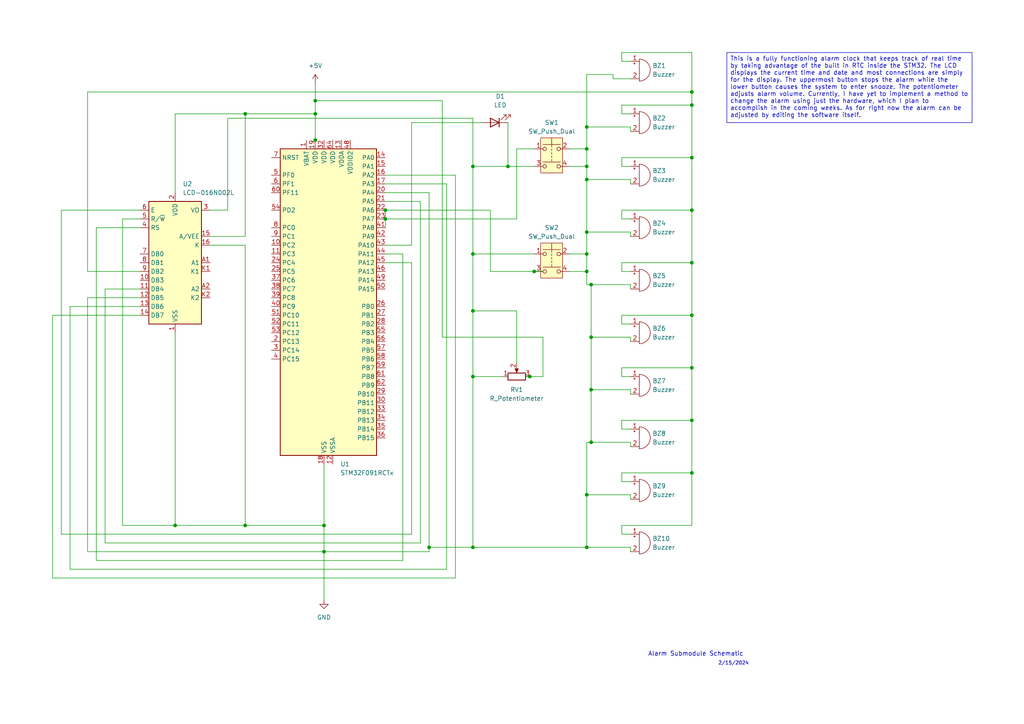
<source format=kicad_sch>
(kicad_sch (version 20230121) (generator eeschema)

  (uuid 03ce5fca-5e30-462a-b408-b7e20e3ace31)

  (paper "A4")

  (lib_symbols
    (symbol "Device:Buzzer" (pin_names (offset 0.0254) hide) (in_bom yes) (on_board yes)
      (property "Reference" "BZ" (at 3.81 1.27 0)
        (effects (font (size 1.27 1.27)) (justify left))
      )
      (property "Value" "Buzzer" (at 3.81 -1.27 0)
        (effects (font (size 1.27 1.27)) (justify left))
      )
      (property "Footprint" "" (at -0.635 2.54 90)
        (effects (font (size 1.27 1.27)) hide)
      )
      (property "Datasheet" "~" (at -0.635 2.54 90)
        (effects (font (size 1.27 1.27)) hide)
      )
      (property "ki_keywords" "quartz resonator ceramic" (at 0 0 0)
        (effects (font (size 1.27 1.27)) hide)
      )
      (property "ki_description" "Buzzer, polarized" (at 0 0 0)
        (effects (font (size 1.27 1.27)) hide)
      )
      (property "ki_fp_filters" "*Buzzer*" (at 0 0 0)
        (effects (font (size 1.27 1.27)) hide)
      )
      (symbol "Buzzer_0_1"
        (arc (start 0 -3.175) (mid 3.1612 0) (end 0 3.175)
          (stroke (width 0) (type default))
          (fill (type none))
        )
        (polyline
          (pts
            (xy -1.651 1.905)
            (xy -1.143 1.905)
          )
          (stroke (width 0) (type default))
          (fill (type none))
        )
        (polyline
          (pts
            (xy -1.397 2.159)
            (xy -1.397 1.651)
          )
          (stroke (width 0) (type default))
          (fill (type none))
        )
        (polyline
          (pts
            (xy 0 3.175)
            (xy 0 -3.175)
          )
          (stroke (width 0) (type default))
          (fill (type none))
        )
      )
      (symbol "Buzzer_1_1"
        (pin passive line (at -2.54 2.54 0) (length 2.54)
          (name "+" (effects (font (size 1.27 1.27))))
          (number "1" (effects (font (size 1.27 1.27))))
        )
        (pin passive line (at -2.54 -2.54 0) (length 2.54)
          (name "-" (effects (font (size 1.27 1.27))))
          (number "2" (effects (font (size 1.27 1.27))))
        )
      )
    )
    (symbol "Device:LED" (pin_numbers hide) (pin_names (offset 1.016) hide) (in_bom yes) (on_board yes)
      (property "Reference" "D" (at 0 2.54 0)
        (effects (font (size 1.27 1.27)))
      )
      (property "Value" "LED" (at 0 -2.54 0)
        (effects (font (size 1.27 1.27)))
      )
      (property "Footprint" "" (at 0 0 0)
        (effects (font (size 1.27 1.27)) hide)
      )
      (property "Datasheet" "~" (at 0 0 0)
        (effects (font (size 1.27 1.27)) hide)
      )
      (property "ki_keywords" "LED diode" (at 0 0 0)
        (effects (font (size 1.27 1.27)) hide)
      )
      (property "ki_description" "Light emitting diode" (at 0 0 0)
        (effects (font (size 1.27 1.27)) hide)
      )
      (property "ki_fp_filters" "LED* LED_SMD:* LED_THT:*" (at 0 0 0)
        (effects (font (size 1.27 1.27)) hide)
      )
      (symbol "LED_0_1"
        (polyline
          (pts
            (xy -1.27 -1.27)
            (xy -1.27 1.27)
          )
          (stroke (width 0.254) (type default))
          (fill (type none))
        )
        (polyline
          (pts
            (xy -1.27 0)
            (xy 1.27 0)
          )
          (stroke (width 0) (type default))
          (fill (type none))
        )
        (polyline
          (pts
            (xy 1.27 -1.27)
            (xy 1.27 1.27)
            (xy -1.27 0)
            (xy 1.27 -1.27)
          )
          (stroke (width 0.254) (type default))
          (fill (type none))
        )
        (polyline
          (pts
            (xy -3.048 -0.762)
            (xy -4.572 -2.286)
            (xy -3.81 -2.286)
            (xy -4.572 -2.286)
            (xy -4.572 -1.524)
          )
          (stroke (width 0) (type default))
          (fill (type none))
        )
        (polyline
          (pts
            (xy -1.778 -0.762)
            (xy -3.302 -2.286)
            (xy -2.54 -2.286)
            (xy -3.302 -2.286)
            (xy -3.302 -1.524)
          )
          (stroke (width 0) (type default))
          (fill (type none))
        )
      )
      (symbol "LED_1_1"
        (pin passive line (at -3.81 0 0) (length 2.54)
          (name "K" (effects (font (size 1.27 1.27))))
          (number "1" (effects (font (size 1.27 1.27))))
        )
        (pin passive line (at 3.81 0 180) (length 2.54)
          (name "A" (effects (font (size 1.27 1.27))))
          (number "2" (effects (font (size 1.27 1.27))))
        )
      )
    )
    (symbol "Device:R_Potentiometer" (pin_names (offset 1.016) hide) (in_bom yes) (on_board yes)
      (property "Reference" "RV" (at -4.445 0 90)
        (effects (font (size 1.27 1.27)))
      )
      (property "Value" "R_Potentiometer" (at -2.54 0 90)
        (effects (font (size 1.27 1.27)))
      )
      (property "Footprint" "" (at 0 0 0)
        (effects (font (size 1.27 1.27)) hide)
      )
      (property "Datasheet" "~" (at 0 0 0)
        (effects (font (size 1.27 1.27)) hide)
      )
      (property "ki_keywords" "resistor variable" (at 0 0 0)
        (effects (font (size 1.27 1.27)) hide)
      )
      (property "ki_description" "Potentiometer" (at 0 0 0)
        (effects (font (size 1.27 1.27)) hide)
      )
      (property "ki_fp_filters" "Potentiometer*" (at 0 0 0)
        (effects (font (size 1.27 1.27)) hide)
      )
      (symbol "R_Potentiometer_0_1"
        (polyline
          (pts
            (xy 2.54 0)
            (xy 1.524 0)
          )
          (stroke (width 0) (type default))
          (fill (type none))
        )
        (polyline
          (pts
            (xy 1.143 0)
            (xy 2.286 0.508)
            (xy 2.286 -0.508)
            (xy 1.143 0)
          )
          (stroke (width 0) (type default))
          (fill (type outline))
        )
        (rectangle (start 1.016 2.54) (end -1.016 -2.54)
          (stroke (width 0.254) (type default))
          (fill (type none))
        )
      )
      (symbol "R_Potentiometer_1_1"
        (pin passive line (at 0 3.81 270) (length 1.27)
          (name "1" (effects (font (size 1.27 1.27))))
          (number "1" (effects (font (size 1.27 1.27))))
        )
        (pin passive line (at 3.81 0 180) (length 1.27)
          (name "2" (effects (font (size 1.27 1.27))))
          (number "2" (effects (font (size 1.27 1.27))))
        )
        (pin passive line (at 0 -3.81 90) (length 1.27)
          (name "3" (effects (font (size 1.27 1.27))))
          (number "3" (effects (font (size 1.27 1.27))))
        )
      )
    )
    (symbol "Display_Character:LCD-016N002L" (in_bom yes) (on_board yes)
      (property "Reference" "U" (at -6.35 18.796 0)
        (effects (font (size 1.27 1.27)))
      )
      (property "Value" "LCD-016N002L" (at 8.636 18.796 0)
        (effects (font (size 1.27 1.27)))
      )
      (property "Footprint" "Display:LCD-016N002L" (at 0.508 -23.368 0)
        (effects (font (size 1.27 1.27)) hide)
      )
      (property "Datasheet" "http://www.vishay.com/docs/37299/37299.pdf" (at 12.7 -7.62 0)
        (effects (font (size 1.27 1.27)) hide)
      )
      (property "ki_keywords" "display LCD dot-matrix" (at 0 0 0)
        (effects (font (size 1.27 1.27)) hide)
      )
      (property "ki_description" "LCD 12x2, 8 bit parallel bus, 3V or 5V VDD" (at 0 0 0)
        (effects (font (size 1.27 1.27)) hide)
      )
      (property "ki_fp_filters" "*LCD*016N002L*" (at 0 0 0)
        (effects (font (size 1.27 1.27)) hide)
      )
      (symbol "LCD-016N002L_1_1"
        (rectangle (start -7.62 17.78) (end 7.62 -17.78)
          (stroke (width 0.254) (type default))
          (fill (type background))
        )
        (pin power_in line (at 0 -20.32 90) (length 2.54)
          (name "VSS" (effects (font (size 1.27 1.27))))
          (number "1" (effects (font (size 1.27 1.27))))
        )
        (pin bidirectional line (at -10.16 -5.08 0) (length 2.54)
          (name "DB3" (effects (font (size 1.27 1.27))))
          (number "10" (effects (font (size 1.27 1.27))))
        )
        (pin bidirectional line (at -10.16 -7.62 0) (length 2.54)
          (name "DB4" (effects (font (size 1.27 1.27))))
          (number "11" (effects (font (size 1.27 1.27))))
        )
        (pin bidirectional line (at -10.16 -10.16 0) (length 2.54)
          (name "DB5" (effects (font (size 1.27 1.27))))
          (number "12" (effects (font (size 1.27 1.27))))
        )
        (pin bidirectional line (at -10.16 -12.7 0) (length 2.54)
          (name "DB6" (effects (font (size 1.27 1.27))))
          (number "13" (effects (font (size 1.27 1.27))))
        )
        (pin bidirectional line (at -10.16 -15.24 0) (length 2.54)
          (name "DB7" (effects (font (size 1.27 1.27))))
          (number "14" (effects (font (size 1.27 1.27))))
        )
        (pin power_in line (at 10.16 7.62 180) (length 2.54)
          (name "A/VEE" (effects (font (size 1.27 1.27))))
          (number "15" (effects (font (size 1.27 1.27))))
        )
        (pin power_in line (at 10.16 5.08 180) (length 2.54)
          (name "K" (effects (font (size 1.27 1.27))))
          (number "16" (effects (font (size 1.27 1.27))))
        )
        (pin power_in line (at 0 20.32 270) (length 2.54)
          (name "VDD" (effects (font (size 1.27 1.27))))
          (number "2" (effects (font (size 1.27 1.27))))
        )
        (pin input line (at 10.16 15.24 180) (length 2.54)
          (name "VO" (effects (font (size 1.27 1.27))))
          (number "3" (effects (font (size 1.27 1.27))))
        )
        (pin input line (at -10.16 10.16 0) (length 2.54)
          (name "RS" (effects (font (size 1.27 1.27))))
          (number "4" (effects (font (size 1.27 1.27))))
        )
        (pin input line (at -10.16 12.7 0) (length 2.54)
          (name "R/~{W}" (effects (font (size 1.27 1.27))))
          (number "5" (effects (font (size 1.27 1.27))))
        )
        (pin input line (at -10.16 15.24 0) (length 2.54)
          (name "E" (effects (font (size 1.27 1.27))))
          (number "6" (effects (font (size 1.27 1.27))))
        )
        (pin bidirectional line (at -10.16 2.54 0) (length 2.54)
          (name "DB0" (effects (font (size 1.27 1.27))))
          (number "7" (effects (font (size 1.27 1.27))))
        )
        (pin bidirectional line (at -10.16 0 0) (length 2.54)
          (name "DB1" (effects (font (size 1.27 1.27))))
          (number "8" (effects (font (size 1.27 1.27))))
        )
        (pin bidirectional line (at -10.16 -2.54 0) (length 2.54)
          (name "DB2" (effects (font (size 1.27 1.27))))
          (number "9" (effects (font (size 1.27 1.27))))
        )
        (pin power_in line (at 10.16 0 180) (length 2.54)
          (name "A1" (effects (font (size 1.27 1.27))))
          (number "A1" (effects (font (size 1.27 1.27))))
        )
        (pin power_in line (at 10.16 -7.62 180) (length 2.54)
          (name "A2" (effects (font (size 1.27 1.27))))
          (number "A2" (effects (font (size 1.27 1.27))))
        )
        (pin power_in line (at 10.16 -2.54 180) (length 2.54)
          (name "K1" (effects (font (size 1.27 1.27))))
          (number "K1" (effects (font (size 1.27 1.27))))
        )
        (pin power_in line (at 10.16 -10.16 180) (length 2.54)
          (name "K2" (effects (font (size 1.27 1.27))))
          (number "K2" (effects (font (size 1.27 1.27))))
        )
      )
    )
    (symbol "MCU_ST_STM32F0:STM32F091RCTx" (in_bom yes) (on_board yes)
      (property "Reference" "U" (at -12.7 46.99 0)
        (effects (font (size 1.27 1.27)) (justify left))
      )
      (property "Value" "STM32F091RCTx" (at 10.16 46.99 0)
        (effects (font (size 1.27 1.27)) (justify left))
      )
      (property "Footprint" "Package_QFP:LQFP-64_10x10mm_P0.5mm" (at -12.7 -43.18 0)
        (effects (font (size 1.27 1.27)) (justify right) hide)
      )
      (property "Datasheet" "https://www.st.com/resource/en/datasheet/stm32f091rc.pdf" (at 0 0 0)
        (effects (font (size 1.27 1.27)) hide)
      )
      (property "ki_locked" "" (at 0 0 0)
        (effects (font (size 1.27 1.27)))
      )
      (property "ki_keywords" "Arm Cortex-M0 STM32F0 STM32F0x1" (at 0 0 0)
        (effects (font (size 1.27 1.27)) hide)
      )
      (property "ki_description" "STMicroelectronics Arm Cortex-M0 MCU, 256KB flash, 32KB RAM, 48 MHz, 2.0-3.6V, 52 GPIO, LQFP64" (at 0 0 0)
        (effects (font (size 1.27 1.27)) hide)
      )
      (property "ki_fp_filters" "LQFP*10x10mm*P0.5mm*" (at 0 0 0)
        (effects (font (size 1.27 1.27)) hide)
      )
      (symbol "STM32F091RCTx_0_1"
        (rectangle (start -12.7 -43.18) (end 15.24 45.72)
          (stroke (width 0.254) (type default))
          (fill (type background))
        )
      )
      (symbol "STM32F091RCTx_1_1"
        (pin power_in line (at -5.08 48.26 270) (length 2.54)
          (name "VBAT" (effects (font (size 1.27 1.27))))
          (number "1" (effects (font (size 1.27 1.27))))
        )
        (pin bidirectional line (at -15.24 17.78 0) (length 2.54)
          (name "PC2" (effects (font (size 1.27 1.27))))
          (number "10" (effects (font (size 1.27 1.27))))
          (alternate "ADC_IN12" bidirectional line)
          (alternate "I2S2_MCK" bidirectional line)
          (alternate "SPI2_MISO" bidirectional line)
          (alternate "USART8_TX" bidirectional line)
        )
        (pin bidirectional line (at -15.24 15.24 0) (length 2.54)
          (name "PC3" (effects (font (size 1.27 1.27))))
          (number "11" (effects (font (size 1.27 1.27))))
          (alternate "ADC_IN13" bidirectional line)
          (alternate "I2S2_SD" bidirectional line)
          (alternate "SPI2_MOSI" bidirectional line)
          (alternate "USART8_RX" bidirectional line)
        )
        (pin power_in line (at 2.54 -45.72 90) (length 2.54)
          (name "VSSA" (effects (font (size 1.27 1.27))))
          (number "12" (effects (font (size 1.27 1.27))))
        )
        (pin power_in line (at 5.08 48.26 270) (length 2.54)
          (name "VDDA" (effects (font (size 1.27 1.27))))
          (number "13" (effects (font (size 1.27 1.27))))
        )
        (pin bidirectional line (at 17.78 43.18 180) (length 2.54)
          (name "PA0" (effects (font (size 1.27 1.27))))
          (number "14" (effects (font (size 1.27 1.27))))
          (alternate "ADC_IN0" bidirectional line)
          (alternate "COMP1_INM" bidirectional line)
          (alternate "COMP1_OUT" bidirectional line)
          (alternate "RTC_TAMP2" bidirectional line)
          (alternate "SYS_WKUP1" bidirectional line)
          (alternate "TIM2_CH1" bidirectional line)
          (alternate "TIM2_ETR" bidirectional line)
          (alternate "TSC_G1_IO1" bidirectional line)
          (alternate "USART2_CTS" bidirectional line)
          (alternate "USART4_TX" bidirectional line)
        )
        (pin bidirectional line (at 17.78 40.64 180) (length 2.54)
          (name "PA1" (effects (font (size 1.27 1.27))))
          (number "15" (effects (font (size 1.27 1.27))))
          (alternate "ADC_IN1" bidirectional line)
          (alternate "COMP1_INP" bidirectional line)
          (alternate "TIM15_CH1N" bidirectional line)
          (alternate "TIM2_CH2" bidirectional line)
          (alternate "TSC_G1_IO2" bidirectional line)
          (alternate "USART2_DE" bidirectional line)
          (alternate "USART2_RTS" bidirectional line)
          (alternate "USART4_RX" bidirectional line)
        )
        (pin bidirectional line (at 17.78 38.1 180) (length 2.54)
          (name "PA2" (effects (font (size 1.27 1.27))))
          (number "16" (effects (font (size 1.27 1.27))))
          (alternate "ADC_IN2" bidirectional line)
          (alternate "COMP2_INM" bidirectional line)
          (alternate "COMP2_OUT" bidirectional line)
          (alternate "SYS_WKUP4" bidirectional line)
          (alternate "TIM15_CH1" bidirectional line)
          (alternate "TIM2_CH3" bidirectional line)
          (alternate "TSC_G1_IO3" bidirectional line)
          (alternate "USART2_TX" bidirectional line)
        )
        (pin bidirectional line (at 17.78 35.56 180) (length 2.54)
          (name "PA3" (effects (font (size 1.27 1.27))))
          (number "17" (effects (font (size 1.27 1.27))))
          (alternate "ADC_IN3" bidirectional line)
          (alternate "COMP2_INP" bidirectional line)
          (alternate "TIM15_CH2" bidirectional line)
          (alternate "TIM2_CH4" bidirectional line)
          (alternate "TSC_G1_IO4" bidirectional line)
          (alternate "USART2_RX" bidirectional line)
        )
        (pin power_in line (at 0 -45.72 90) (length 2.54)
          (name "VSS" (effects (font (size 1.27 1.27))))
          (number "18" (effects (font (size 1.27 1.27))))
        )
        (pin power_in line (at -2.54 48.26 270) (length 2.54)
          (name "VDD" (effects (font (size 1.27 1.27))))
          (number "19" (effects (font (size 1.27 1.27))))
        )
        (pin bidirectional line (at -15.24 -10.16 0) (length 2.54)
          (name "PC13" (effects (font (size 1.27 1.27))))
          (number "2" (effects (font (size 1.27 1.27))))
          (alternate "RTC_OUT_ALARM" bidirectional line)
          (alternate "RTC_OUT_CALIB" bidirectional line)
          (alternate "RTC_TAMP1" bidirectional line)
          (alternate "RTC_TS" bidirectional line)
          (alternate "SYS_WKUP2" bidirectional line)
        )
        (pin bidirectional line (at 17.78 33.02 180) (length 2.54)
          (name "PA4" (effects (font (size 1.27 1.27))))
          (number "20" (effects (font (size 1.27 1.27))))
          (alternate "ADC_IN4" bidirectional line)
          (alternate "COMP1_INM" bidirectional line)
          (alternate "COMP2_INM" bidirectional line)
          (alternate "DAC_OUT1" bidirectional line)
          (alternate "I2S1_WS" bidirectional line)
          (alternate "SPI1_NSS" bidirectional line)
          (alternate "TIM14_CH1" bidirectional line)
          (alternate "TSC_G2_IO1" bidirectional line)
          (alternate "USART2_CK" bidirectional line)
          (alternate "USART6_TX" bidirectional line)
        )
        (pin bidirectional line (at 17.78 30.48 180) (length 2.54)
          (name "PA5" (effects (font (size 1.27 1.27))))
          (number "21" (effects (font (size 1.27 1.27))))
          (alternate "ADC_IN5" bidirectional line)
          (alternate "CEC" bidirectional line)
          (alternate "COMP1_INM" bidirectional line)
          (alternate "COMP2_INM" bidirectional line)
          (alternate "DAC_OUT2" bidirectional line)
          (alternate "I2S1_CK" bidirectional line)
          (alternate "SPI1_SCK" bidirectional line)
          (alternate "TIM2_CH1" bidirectional line)
          (alternate "TIM2_ETR" bidirectional line)
          (alternate "TSC_G2_IO2" bidirectional line)
          (alternate "USART6_RX" bidirectional line)
        )
        (pin bidirectional line (at 17.78 27.94 180) (length 2.54)
          (name "PA6" (effects (font (size 1.27 1.27))))
          (number "22" (effects (font (size 1.27 1.27))))
          (alternate "ADC_IN6" bidirectional line)
          (alternate "COMP1_OUT" bidirectional line)
          (alternate "I2S1_MCK" bidirectional line)
          (alternate "SPI1_MISO" bidirectional line)
          (alternate "TIM16_CH1" bidirectional line)
          (alternate "TIM1_BKIN" bidirectional line)
          (alternate "TIM3_CH1" bidirectional line)
          (alternate "TSC_G2_IO3" bidirectional line)
          (alternate "USART3_CTS" bidirectional line)
        )
        (pin bidirectional line (at 17.78 25.4 180) (length 2.54)
          (name "PA7" (effects (font (size 1.27 1.27))))
          (number "23" (effects (font (size 1.27 1.27))))
          (alternate "ADC_IN7" bidirectional line)
          (alternate "COMP2_OUT" bidirectional line)
          (alternate "I2S1_SD" bidirectional line)
          (alternate "SPI1_MOSI" bidirectional line)
          (alternate "TIM14_CH1" bidirectional line)
          (alternate "TIM17_CH1" bidirectional line)
          (alternate "TIM1_CH1N" bidirectional line)
          (alternate "TIM3_CH2" bidirectional line)
          (alternate "TSC_G2_IO4" bidirectional line)
        )
        (pin bidirectional line (at -15.24 12.7 0) (length 2.54)
          (name "PC4" (effects (font (size 1.27 1.27))))
          (number "24" (effects (font (size 1.27 1.27))))
          (alternate "ADC_IN14" bidirectional line)
          (alternate "USART3_TX" bidirectional line)
        )
        (pin bidirectional line (at -15.24 10.16 0) (length 2.54)
          (name "PC5" (effects (font (size 1.27 1.27))))
          (number "25" (effects (font (size 1.27 1.27))))
          (alternate "ADC_IN15" bidirectional line)
          (alternate "SYS_WKUP5" bidirectional line)
          (alternate "TSC_G3_IO1" bidirectional line)
          (alternate "USART3_RX" bidirectional line)
        )
        (pin bidirectional line (at 17.78 0 180) (length 2.54)
          (name "PB0" (effects (font (size 1.27 1.27))))
          (number "26" (effects (font (size 1.27 1.27))))
          (alternate "ADC_IN8" bidirectional line)
          (alternate "TIM1_CH2N" bidirectional line)
          (alternate "TIM3_CH3" bidirectional line)
          (alternate "TSC_G3_IO2" bidirectional line)
          (alternate "USART3_CK" bidirectional line)
        )
        (pin bidirectional line (at 17.78 -2.54 180) (length 2.54)
          (name "PB1" (effects (font (size 1.27 1.27))))
          (number "27" (effects (font (size 1.27 1.27))))
          (alternate "ADC_IN9" bidirectional line)
          (alternate "TIM14_CH1" bidirectional line)
          (alternate "TIM1_CH3N" bidirectional line)
          (alternate "TIM3_CH4" bidirectional line)
          (alternate "TSC_G3_IO3" bidirectional line)
          (alternate "USART3_DE" bidirectional line)
          (alternate "USART3_RTS" bidirectional line)
        )
        (pin bidirectional line (at 17.78 -5.08 180) (length 2.54)
          (name "PB2" (effects (font (size 1.27 1.27))))
          (number "28" (effects (font (size 1.27 1.27))))
          (alternate "TSC_G3_IO4" bidirectional line)
        )
        (pin bidirectional line (at 17.78 -25.4 180) (length 2.54)
          (name "PB10" (effects (font (size 1.27 1.27))))
          (number "29" (effects (font (size 1.27 1.27))))
          (alternate "CEC" bidirectional line)
          (alternate "I2C2_SCL" bidirectional line)
          (alternate "I2S2_CK" bidirectional line)
          (alternate "SPI2_SCK" bidirectional line)
          (alternate "TIM2_CH3" bidirectional line)
          (alternate "TSC_SYNC" bidirectional line)
          (alternate "USART3_TX" bidirectional line)
        )
        (pin bidirectional line (at -15.24 -12.7 0) (length 2.54)
          (name "PC14" (effects (font (size 1.27 1.27))))
          (number "3" (effects (font (size 1.27 1.27))))
          (alternate "RCC_OSC32_IN" bidirectional line)
        )
        (pin bidirectional line (at 17.78 -27.94 180) (length 2.54)
          (name "PB11" (effects (font (size 1.27 1.27))))
          (number "30" (effects (font (size 1.27 1.27))))
          (alternate "I2C2_SDA" bidirectional line)
          (alternate "TIM2_CH4" bidirectional line)
          (alternate "TSC_G6_IO1" bidirectional line)
          (alternate "USART3_RX" bidirectional line)
        )
        (pin passive line (at 0 -45.72 90) (length 2.54) hide
          (name "VSS" (effects (font (size 1.27 1.27))))
          (number "31" (effects (font (size 1.27 1.27))))
        )
        (pin power_in line (at 0 48.26 270) (length 2.54)
          (name "VDD" (effects (font (size 1.27 1.27))))
          (number "32" (effects (font (size 1.27 1.27))))
        )
        (pin bidirectional line (at 17.78 -30.48 180) (length 2.54)
          (name "PB12" (effects (font (size 1.27 1.27))))
          (number "33" (effects (font (size 1.27 1.27))))
          (alternate "I2S2_WS" bidirectional line)
          (alternate "SPI2_NSS" bidirectional line)
          (alternate "TIM15_BKIN" bidirectional line)
          (alternate "TIM1_BKIN" bidirectional line)
          (alternate "TSC_G6_IO2" bidirectional line)
          (alternate "USART3_CK" bidirectional line)
        )
        (pin bidirectional line (at 17.78 -33.02 180) (length 2.54)
          (name "PB13" (effects (font (size 1.27 1.27))))
          (number "34" (effects (font (size 1.27 1.27))))
          (alternate "I2C2_SCL" bidirectional line)
          (alternate "I2S2_CK" bidirectional line)
          (alternate "SPI2_SCK" bidirectional line)
          (alternate "TIM1_CH1N" bidirectional line)
          (alternate "TSC_G6_IO3" bidirectional line)
          (alternate "USART3_CTS" bidirectional line)
        )
        (pin bidirectional line (at 17.78 -35.56 180) (length 2.54)
          (name "PB14" (effects (font (size 1.27 1.27))))
          (number "35" (effects (font (size 1.27 1.27))))
          (alternate "I2C2_SDA" bidirectional line)
          (alternate "I2S2_MCK" bidirectional line)
          (alternate "SPI2_MISO" bidirectional line)
          (alternate "TIM15_CH1" bidirectional line)
          (alternate "TIM1_CH2N" bidirectional line)
          (alternate "TSC_G6_IO4" bidirectional line)
          (alternate "USART3_DE" bidirectional line)
          (alternate "USART3_RTS" bidirectional line)
        )
        (pin bidirectional line (at 17.78 -38.1 180) (length 2.54)
          (name "PB15" (effects (font (size 1.27 1.27))))
          (number "36" (effects (font (size 1.27 1.27))))
          (alternate "I2S2_SD" bidirectional line)
          (alternate "RTC_REFIN" bidirectional line)
          (alternate "SPI2_MOSI" bidirectional line)
          (alternate "SYS_WKUP7" bidirectional line)
          (alternate "TIM15_CH1N" bidirectional line)
          (alternate "TIM15_CH2" bidirectional line)
          (alternate "TIM1_CH3N" bidirectional line)
        )
        (pin bidirectional line (at -15.24 7.62 0) (length 2.54)
          (name "PC6" (effects (font (size 1.27 1.27))))
          (number "37" (effects (font (size 1.27 1.27))))
          (alternate "TIM3_CH1" bidirectional line)
          (alternate "USART7_TX" bidirectional line)
        )
        (pin bidirectional line (at -15.24 5.08 0) (length 2.54)
          (name "PC7" (effects (font (size 1.27 1.27))))
          (number "38" (effects (font (size 1.27 1.27))))
          (alternate "TIM3_CH2" bidirectional line)
          (alternate "USART7_RX" bidirectional line)
        )
        (pin bidirectional line (at -15.24 2.54 0) (length 2.54)
          (name "PC8" (effects (font (size 1.27 1.27))))
          (number "39" (effects (font (size 1.27 1.27))))
          (alternate "TIM3_CH3" bidirectional line)
          (alternate "USART8_TX" bidirectional line)
        )
        (pin bidirectional line (at -15.24 -15.24 0) (length 2.54)
          (name "PC15" (effects (font (size 1.27 1.27))))
          (number "4" (effects (font (size 1.27 1.27))))
          (alternate "RCC_OSC32_OUT" bidirectional line)
        )
        (pin bidirectional line (at -15.24 0 0) (length 2.54)
          (name "PC9" (effects (font (size 1.27 1.27))))
          (number "40" (effects (font (size 1.27 1.27))))
          (alternate "DAC_EXTI9" bidirectional line)
          (alternate "TIM3_CH4" bidirectional line)
          (alternate "USART8_RX" bidirectional line)
        )
        (pin bidirectional line (at 17.78 22.86 180) (length 2.54)
          (name "PA8" (effects (font (size 1.27 1.27))))
          (number "41" (effects (font (size 1.27 1.27))))
          (alternate "CRS_SYNC" bidirectional line)
          (alternate "RCC_MCO" bidirectional line)
          (alternate "TIM1_CH1" bidirectional line)
          (alternate "USART1_CK" bidirectional line)
        )
        (pin bidirectional line (at 17.78 20.32 180) (length 2.54)
          (name "PA9" (effects (font (size 1.27 1.27))))
          (number "42" (effects (font (size 1.27 1.27))))
          (alternate "DAC_EXTI9" bidirectional line)
          (alternate "I2C1_SCL" bidirectional line)
          (alternate "RCC_MCO" bidirectional line)
          (alternate "TIM15_BKIN" bidirectional line)
          (alternate "TIM1_CH2" bidirectional line)
          (alternate "TSC_G4_IO1" bidirectional line)
          (alternate "USART1_TX" bidirectional line)
        )
        (pin bidirectional line (at 17.78 17.78 180) (length 2.54)
          (name "PA10" (effects (font (size 1.27 1.27))))
          (number "43" (effects (font (size 1.27 1.27))))
          (alternate "I2C1_SDA" bidirectional line)
          (alternate "TIM17_BKIN" bidirectional line)
          (alternate "TIM1_CH3" bidirectional line)
          (alternate "TSC_G4_IO2" bidirectional line)
          (alternate "USART1_RX" bidirectional line)
        )
        (pin bidirectional line (at 17.78 15.24 180) (length 2.54)
          (name "PA11" (effects (font (size 1.27 1.27))))
          (number "44" (effects (font (size 1.27 1.27))))
          (alternate "CAN_RX" bidirectional line)
          (alternate "COMP1_OUT" bidirectional line)
          (alternate "I2C2_SCL" bidirectional line)
          (alternate "TIM1_CH4" bidirectional line)
          (alternate "TSC_G4_IO3" bidirectional line)
          (alternate "USART1_CTS" bidirectional line)
        )
        (pin bidirectional line (at 17.78 12.7 180) (length 2.54)
          (name "PA12" (effects (font (size 1.27 1.27))))
          (number "45" (effects (font (size 1.27 1.27))))
          (alternate "CAN_TX" bidirectional line)
          (alternate "COMP2_OUT" bidirectional line)
          (alternate "I2C2_SDA" bidirectional line)
          (alternate "TIM1_ETR" bidirectional line)
          (alternate "TSC_G4_IO4" bidirectional line)
          (alternate "USART1_DE" bidirectional line)
          (alternate "USART1_RTS" bidirectional line)
        )
        (pin bidirectional line (at 17.78 10.16 180) (length 2.54)
          (name "PA13" (effects (font (size 1.27 1.27))))
          (number "46" (effects (font (size 1.27 1.27))))
          (alternate "IR_OUT" bidirectional line)
          (alternate "SYS_SWDIO" bidirectional line)
        )
        (pin passive line (at 0 -45.72 90) (length 2.54) hide
          (name "VSS" (effects (font (size 1.27 1.27))))
          (number "47" (effects (font (size 1.27 1.27))))
        )
        (pin power_in line (at 7.62 48.26 270) (length 2.54)
          (name "VDDIO2" (effects (font (size 1.27 1.27))))
          (number "48" (effects (font (size 1.27 1.27))))
        )
        (pin bidirectional line (at 17.78 7.62 180) (length 2.54)
          (name "PA14" (effects (font (size 1.27 1.27))))
          (number "49" (effects (font (size 1.27 1.27))))
          (alternate "SYS_SWCLK" bidirectional line)
          (alternate "USART2_TX" bidirectional line)
        )
        (pin bidirectional line (at -15.24 38.1 0) (length 2.54)
          (name "PF0" (effects (font (size 1.27 1.27))))
          (number "5" (effects (font (size 1.27 1.27))))
          (alternate "CRS_SYNC" bidirectional line)
          (alternate "I2C1_SDA" bidirectional line)
          (alternate "RCC_OSC_IN" bidirectional line)
        )
        (pin bidirectional line (at 17.78 5.08 180) (length 2.54)
          (name "PA15" (effects (font (size 1.27 1.27))))
          (number "50" (effects (font (size 1.27 1.27))))
          (alternate "I2S1_WS" bidirectional line)
          (alternate "SPI1_NSS" bidirectional line)
          (alternate "TIM2_CH1" bidirectional line)
          (alternate "TIM2_ETR" bidirectional line)
          (alternate "USART2_RX" bidirectional line)
          (alternate "USART4_DE" bidirectional line)
          (alternate "USART4_RTS" bidirectional line)
        )
        (pin bidirectional line (at -15.24 -2.54 0) (length 2.54)
          (name "PC10" (effects (font (size 1.27 1.27))))
          (number "51" (effects (font (size 1.27 1.27))))
          (alternate "USART3_TX" bidirectional line)
          (alternate "USART4_TX" bidirectional line)
        )
        (pin bidirectional line (at -15.24 -5.08 0) (length 2.54)
          (name "PC11" (effects (font (size 1.27 1.27))))
          (number "52" (effects (font (size 1.27 1.27))))
          (alternate "USART3_RX" bidirectional line)
          (alternate "USART4_RX" bidirectional line)
        )
        (pin bidirectional line (at -15.24 -7.62 0) (length 2.54)
          (name "PC12" (effects (font (size 1.27 1.27))))
          (number "53" (effects (font (size 1.27 1.27))))
          (alternate "USART3_CK" bidirectional line)
          (alternate "USART4_CK" bidirectional line)
          (alternate "USART5_TX" bidirectional line)
        )
        (pin bidirectional line (at -15.24 27.94 0) (length 2.54)
          (name "PD2" (effects (font (size 1.27 1.27))))
          (number "54" (effects (font (size 1.27 1.27))))
          (alternate "TIM3_ETR" bidirectional line)
          (alternate "USART3_DE" bidirectional line)
          (alternate "USART3_RTS" bidirectional line)
          (alternate "USART5_RX" bidirectional line)
        )
        (pin bidirectional line (at 17.78 -7.62 180) (length 2.54)
          (name "PB3" (effects (font (size 1.27 1.27))))
          (number "55" (effects (font (size 1.27 1.27))))
          (alternate "I2S1_CK" bidirectional line)
          (alternate "SPI1_SCK" bidirectional line)
          (alternate "TIM2_CH2" bidirectional line)
          (alternate "TSC_G5_IO1" bidirectional line)
          (alternate "USART5_TX" bidirectional line)
        )
        (pin bidirectional line (at 17.78 -10.16 180) (length 2.54)
          (name "PB4" (effects (font (size 1.27 1.27))))
          (number "56" (effects (font (size 1.27 1.27))))
          (alternate "I2S1_MCK" bidirectional line)
          (alternate "SPI1_MISO" bidirectional line)
          (alternate "TIM17_BKIN" bidirectional line)
          (alternate "TIM3_CH1" bidirectional line)
          (alternate "TSC_G5_IO2" bidirectional line)
          (alternate "USART5_RX" bidirectional line)
        )
        (pin bidirectional line (at 17.78 -12.7 180) (length 2.54)
          (name "PB5" (effects (font (size 1.27 1.27))))
          (number "57" (effects (font (size 1.27 1.27))))
          (alternate "I2C1_SMBA" bidirectional line)
          (alternate "I2S1_SD" bidirectional line)
          (alternate "SPI1_MOSI" bidirectional line)
          (alternate "SYS_WKUP6" bidirectional line)
          (alternate "TIM16_BKIN" bidirectional line)
          (alternate "TIM3_CH2" bidirectional line)
          (alternate "USART5_CK" bidirectional line)
          (alternate "USART5_DE" bidirectional line)
          (alternate "USART5_RTS" bidirectional line)
        )
        (pin bidirectional line (at 17.78 -15.24 180) (length 2.54)
          (name "PB6" (effects (font (size 1.27 1.27))))
          (number "58" (effects (font (size 1.27 1.27))))
          (alternate "I2C1_SCL" bidirectional line)
          (alternate "TIM16_CH1N" bidirectional line)
          (alternate "TSC_G5_IO3" bidirectional line)
          (alternate "USART1_TX" bidirectional line)
        )
        (pin bidirectional line (at 17.78 -17.78 180) (length 2.54)
          (name "PB7" (effects (font (size 1.27 1.27))))
          (number "59" (effects (font (size 1.27 1.27))))
          (alternate "I2C1_SDA" bidirectional line)
          (alternate "TIM17_CH1N" bidirectional line)
          (alternate "TSC_G5_IO4" bidirectional line)
          (alternate "USART1_RX" bidirectional line)
          (alternate "USART4_CTS" bidirectional line)
        )
        (pin bidirectional line (at -15.24 35.56 0) (length 2.54)
          (name "PF1" (effects (font (size 1.27 1.27))))
          (number "6" (effects (font (size 1.27 1.27))))
          (alternate "I2C1_SCL" bidirectional line)
          (alternate "RCC_OSC_OUT" bidirectional line)
        )
        (pin bidirectional line (at -15.24 33.02 0) (length 2.54)
          (name "PF11" (effects (font (size 1.27 1.27))))
          (number "60" (effects (font (size 1.27 1.27))))
        )
        (pin bidirectional line (at 17.78 -20.32 180) (length 2.54)
          (name "PB8" (effects (font (size 1.27 1.27))))
          (number "61" (effects (font (size 1.27 1.27))))
          (alternate "CAN_RX" bidirectional line)
          (alternate "CEC" bidirectional line)
          (alternate "I2C1_SCL" bidirectional line)
          (alternate "TIM16_CH1" bidirectional line)
          (alternate "TSC_SYNC" bidirectional line)
        )
        (pin bidirectional line (at 17.78 -22.86 180) (length 2.54)
          (name "PB9" (effects (font (size 1.27 1.27))))
          (number "62" (effects (font (size 1.27 1.27))))
          (alternate "CAN_TX" bidirectional line)
          (alternate "DAC_EXTI9" bidirectional line)
          (alternate "I2C1_SDA" bidirectional line)
          (alternate "I2S2_WS" bidirectional line)
          (alternate "IR_OUT" bidirectional line)
          (alternate "SPI2_NSS" bidirectional line)
          (alternate "TIM17_CH1" bidirectional line)
        )
        (pin passive line (at 0 -45.72 90) (length 2.54) hide
          (name "VSS" (effects (font (size 1.27 1.27))))
          (number "63" (effects (font (size 1.27 1.27))))
        )
        (pin power_in line (at 2.54 48.26 270) (length 2.54)
          (name "VDD" (effects (font (size 1.27 1.27))))
          (number "64" (effects (font (size 1.27 1.27))))
        )
        (pin input line (at -15.24 43.18 0) (length 2.54)
          (name "NRST" (effects (font (size 1.27 1.27))))
          (number "7" (effects (font (size 1.27 1.27))))
        )
        (pin bidirectional line (at -15.24 22.86 0) (length 2.54)
          (name "PC0" (effects (font (size 1.27 1.27))))
          (number "8" (effects (font (size 1.27 1.27))))
          (alternate "ADC_IN10" bidirectional line)
          (alternate "USART6_TX" bidirectional line)
          (alternate "USART7_TX" bidirectional line)
        )
        (pin bidirectional line (at -15.24 20.32 0) (length 2.54)
          (name "PC1" (effects (font (size 1.27 1.27))))
          (number "9" (effects (font (size 1.27 1.27))))
          (alternate "ADC_IN11" bidirectional line)
          (alternate "USART6_RX" bidirectional line)
          (alternate "USART7_RX" bidirectional line)
        )
      )
    )
    (symbol "Switch:SW_Push_Dual" (pin_names (offset 1.016) hide) (in_bom yes) (on_board yes)
      (property "Reference" "SW" (at 0 7.62 0)
        (effects (font (size 1.27 1.27)))
      )
      (property "Value" "SW_Push_Dual" (at 0 -6.35 0)
        (effects (font (size 1.27 1.27)))
      )
      (property "Footprint" "" (at 0 7.62 0)
        (effects (font (size 1.27 1.27)) hide)
      )
      (property "Datasheet" "~" (at 0 0 0)
        (effects (font (size 1.27 1.27)) hide)
      )
      (property "ki_keywords" "switch normally-open pushbutton push-button" (at 0 0 0)
        (effects (font (size 1.27 1.27)) hide)
      )
      (property "ki_description" "Push button switch, generic, symbol, four pins" (at 0 0 0)
        (effects (font (size 1.27 1.27)) hide)
      )
      (symbol "SW_Push_Dual_0_1"
        (circle (center -2.032 -2.54) (radius 0.508)
          (stroke (width 0) (type default))
          (fill (type none))
        )
        (circle (center -2.032 2.54) (radius 0.508)
          (stroke (width 0) (type default))
          (fill (type none))
        )
        (polyline
          (pts
            (xy 0 -0.508)
            (xy 0 -1.016)
          )
          (stroke (width 0) (type default))
          (fill (type none))
        )
        (polyline
          (pts
            (xy 0 0.508)
            (xy 0 0)
          )
          (stroke (width 0) (type default))
          (fill (type none))
        )
        (polyline
          (pts
            (xy 0 1.016)
            (xy 0 1.524)
          )
          (stroke (width 0) (type default))
          (fill (type none))
        )
        (polyline
          (pts
            (xy 0 2.032)
            (xy 0 2.54)
          )
          (stroke (width 0) (type default))
          (fill (type none))
        )
        (polyline
          (pts
            (xy 0 3.048)
            (xy 0 3.556)
          )
          (stroke (width 0) (type default))
          (fill (type none))
        )
        (polyline
          (pts
            (xy 0 3.81)
            (xy 0 5.588)
          )
          (stroke (width 0) (type default))
          (fill (type none))
        )
        (polyline
          (pts
            (xy 2.54 -1.27)
            (xy -2.54 -1.27)
          )
          (stroke (width 0) (type default))
          (fill (type none))
        )
        (polyline
          (pts
            (xy 2.54 3.81)
            (xy -2.54 3.81)
          )
          (stroke (width 0) (type default))
          (fill (type none))
        )
        (circle (center 2.032 -2.54) (radius 0.508)
          (stroke (width 0) (type default))
          (fill (type none))
        )
        (circle (center 2.032 2.54) (radius 0.508)
          (stroke (width 0) (type default))
          (fill (type none))
        )
        (pin passive line (at -5.08 2.54 0) (length 2.54)
          (name "1" (effects (font (size 1.27 1.27))))
          (number "1" (effects (font (size 1.27 1.27))))
        )
        (pin passive line (at 5.08 2.54 180) (length 2.54)
          (name "2" (effects (font (size 1.27 1.27))))
          (number "2" (effects (font (size 1.27 1.27))))
        )
        (pin passive line (at -5.08 -2.54 0) (length 2.54)
          (name "3" (effects (font (size 1.27 1.27))))
          (number "3" (effects (font (size 1.27 1.27))))
        )
        (pin passive line (at 5.08 -2.54 180) (length 2.54)
          (name "4" (effects (font (size 1.27 1.27))))
          (number "4" (effects (font (size 1.27 1.27))))
        )
      )
      (symbol "SW_Push_Dual_1_1"
        (rectangle (start -3.175 5.715) (end 3.175 -4.445)
          (stroke (width 0) (type default))
          (fill (type background))
        )
      )
    )
    (symbol "power:+5V" (power) (pin_names (offset 0)) (in_bom yes) (on_board yes)
      (property "Reference" "#PWR" (at 0 -3.81 0)
        (effects (font (size 1.27 1.27)) hide)
      )
      (property "Value" "+5V" (at 0 3.556 0)
        (effects (font (size 1.27 1.27)))
      )
      (property "Footprint" "" (at 0 0 0)
        (effects (font (size 1.27 1.27)) hide)
      )
      (property "Datasheet" "" (at 0 0 0)
        (effects (font (size 1.27 1.27)) hide)
      )
      (property "ki_keywords" "global power" (at 0 0 0)
        (effects (font (size 1.27 1.27)) hide)
      )
      (property "ki_description" "Power symbol creates a global label with name \"+5V\"" (at 0 0 0)
        (effects (font (size 1.27 1.27)) hide)
      )
      (symbol "+5V_0_1"
        (polyline
          (pts
            (xy -0.762 1.27)
            (xy 0 2.54)
          )
          (stroke (width 0) (type default))
          (fill (type none))
        )
        (polyline
          (pts
            (xy 0 0)
            (xy 0 2.54)
          )
          (stroke (width 0) (type default))
          (fill (type none))
        )
        (polyline
          (pts
            (xy 0 2.54)
            (xy 0.762 1.27)
          )
          (stroke (width 0) (type default))
          (fill (type none))
        )
      )
      (symbol "+5V_1_1"
        (pin power_in line (at 0 0 90) (length 0) hide
          (name "+5V" (effects (font (size 1.27 1.27))))
          (number "1" (effects (font (size 1.27 1.27))))
        )
      )
    )
    (symbol "power:GND" (power) (pin_names (offset 0)) (in_bom yes) (on_board yes)
      (property "Reference" "#PWR" (at 0 -6.35 0)
        (effects (font (size 1.27 1.27)) hide)
      )
      (property "Value" "GND" (at 0 -3.81 0)
        (effects (font (size 1.27 1.27)))
      )
      (property "Footprint" "" (at 0 0 0)
        (effects (font (size 1.27 1.27)) hide)
      )
      (property "Datasheet" "" (at 0 0 0)
        (effects (font (size 1.27 1.27)) hide)
      )
      (property "ki_keywords" "global power" (at 0 0 0)
        (effects (font (size 1.27 1.27)) hide)
      )
      (property "ki_description" "Power symbol creates a global label with name \"GND\" , ground" (at 0 0 0)
        (effects (font (size 1.27 1.27)) hide)
      )
      (symbol "GND_0_1"
        (polyline
          (pts
            (xy 0 0)
            (xy 0 -1.27)
            (xy 1.27 -1.27)
            (xy 0 -2.54)
            (xy -1.27 -1.27)
            (xy 0 -1.27)
          )
          (stroke (width 0) (type default))
          (fill (type none))
        )
      )
      (symbol "GND_1_1"
        (pin power_in line (at 0 0 270) (length 0) hide
          (name "GND" (effects (font (size 1.27 1.27))))
          (number "1" (effects (font (size 1.27 1.27))))
        )
      )
    )
  )

  (junction (at 200.66 26.67) (diameter 0) (color 0 0 0 0)
    (uuid 06dda40d-b48d-4745-ba56-f92dbc039d3b)
  )
  (junction (at 91.44 33.02) (diameter 0) (color 0 0 0 0)
    (uuid 07615d05-ebb4-4f85-b74e-bf6e59fa1668)
  )
  (junction (at 170.18 78.74) (diameter 0) (color 0 0 0 0)
    (uuid 076a82e4-9fd6-426b-af99-89f1149d9aae)
  )
  (junction (at 200.66 30.48) (diameter 0) (color 0 0 0 0)
    (uuid 1cef5b4a-832f-4cac-890b-a619e7f6a5b3)
  )
  (junction (at 71.12 33.02) (diameter 0) (color 0 0 0 0)
    (uuid 2b5d4304-2489-454c-9182-9824f5698fff)
  )
  (junction (at 137.16 90.17) (diameter 0) (color 0 0 0 0)
    (uuid 36dd8fcd-3493-4ed7-80b8-67a9b115f9ed)
  )
  (junction (at 91.44 29.21) (diameter 0) (color 0 0 0 0)
    (uuid 42507f32-fe2b-4c27-a4fe-a9c9651a7c2a)
  )
  (junction (at 137.16 158.75) (diameter 0) (color 0 0 0 0)
    (uuid 5388f064-d96d-4c8b-b21b-bfcb5dcbfb39)
  )
  (junction (at 147.32 48.26) (diameter 0) (color 0 0 0 0)
    (uuid 591be1c7-260a-480c-b6bc-92a63efa32ec)
  )
  (junction (at 91.44 40.64) (diameter 0) (color 0 0 0 0)
    (uuid 5c3bbac9-1e3d-4b6b-84f3-ca4f81f49757)
  )
  (junction (at 124.46 158.75) (diameter 0) (color 0 0 0 0)
    (uuid 64270229-eeb2-49cb-9f22-da979d498726)
  )
  (junction (at 170.18 48.26) (diameter 0) (color 0 0 0 0)
    (uuid 736748fb-7e83-4882-af7d-bb18fd770cd1)
  )
  (junction (at 154.94 78.74) (diameter 0) (color 0 0 0 0)
    (uuid 8a20abf5-8e0b-430f-8339-b3b96f05460b)
  )
  (junction (at 111.76 60.96) (diameter 0) (color 0 0 0 0)
    (uuid 8dc45706-d078-47c2-bbe9-54151ab058d0)
  )
  (junction (at 93.98 152.4) (diameter 0) (color 0 0 0 0)
    (uuid 8ea453b5-8db9-412e-8017-30f98c2b4fb4)
  )
  (junction (at 200.66 45.72) (diameter 0) (color 0 0 0 0)
    (uuid 8f04353b-8f1c-4137-92fb-5a6952205f93)
  )
  (junction (at 171.45 97.79) (diameter 0) (color 0 0 0 0)
    (uuid 92d41482-de3f-4be4-832a-5bf724640928)
  )
  (junction (at 170.18 143.51) (diameter 0) (color 0 0 0 0)
    (uuid 9a31ea0f-a218-4348-ad07-23a0f8a995e4)
  )
  (junction (at 200.66 60.96) (diameter 0) (color 0 0 0 0)
    (uuid a2db2917-b863-4705-b459-f9a7a14f91d4)
  )
  (junction (at 137.16 109.22) (diameter 0) (color 0 0 0 0)
    (uuid a72267e9-036d-44f5-8f3b-6d1c00ecfb33)
  )
  (junction (at 93.98 160.02) (diameter 0) (color 0 0 0 0)
    (uuid a8626531-ebd8-4c9e-b346-2a028a1fe2cf)
  )
  (junction (at 170.18 36.83) (diameter 0) (color 0 0 0 0)
    (uuid b1c0e316-0b6e-4aaa-8414-3ce363877379)
  )
  (junction (at 153.67 109.22) (diameter 0) (color 0 0 0 0)
    (uuid b297c047-aa12-49e1-9c3b-5a67c37a2926)
  )
  (junction (at 171.45 82.55) (diameter 0) (color 0 0 0 0)
    (uuid b4b05ee3-8e98-4297-b92d-dd8882f18578)
  )
  (junction (at 170.18 67.31) (diameter 0) (color 0 0 0 0)
    (uuid b9c04084-6caf-49fc-87ba-93519601fe8b)
  )
  (junction (at 200.66 137.16) (diameter 0) (color 0 0 0 0)
    (uuid bd65ac9c-fb55-469b-aabe-cea9c402d5e6)
  )
  (junction (at 171.45 128.27) (diameter 0) (color 0 0 0 0)
    (uuid be44f0a8-864a-4f49-b173-c3f81ffa622c)
  )
  (junction (at 200.66 121.92) (diameter 0) (color 0 0 0 0)
    (uuid c604b057-fa10-46af-a863-5d6d639f01e6)
  )
  (junction (at 170.18 73.66) (diameter 0) (color 0 0 0 0)
    (uuid cd80a7fb-3e82-4e63-9c86-f792456d6732)
  )
  (junction (at 170.18 43.18) (diameter 0) (color 0 0 0 0)
    (uuid d14b1c67-2ff6-4a70-aaad-8c1d3cea0358)
  )
  (junction (at 137.16 73.66) (diameter 0) (color 0 0 0 0)
    (uuid d25ee934-67a0-47e2-a15a-f981d4390f29)
  )
  (junction (at 137.16 48.26) (diameter 0) (color 0 0 0 0)
    (uuid d5637d23-af06-486b-828a-e1e7bdd95f43)
  )
  (junction (at 71.12 152.4) (diameter 0) (color 0 0 0 0)
    (uuid d7477441-10c8-4a9e-bd95-241b12835248)
  )
  (junction (at 111.76 63.5) (diameter 0) (color 0 0 0 0)
    (uuid d9f74b8a-9298-49f2-86bd-e8b3d1357fc1)
  )
  (junction (at 200.66 106.68) (diameter 0) (color 0 0 0 0)
    (uuid dab0ac92-2dd6-4f31-b90a-442aad48030c)
  )
  (junction (at 170.18 52.07) (diameter 0) (color 0 0 0 0)
    (uuid e19e4317-1edb-4dfa-bb7d-eaf18836fb80)
  )
  (junction (at 200.66 91.44) (diameter 0) (color 0 0 0 0)
    (uuid e8a78e5d-4cd3-47d0-b658-161778e50632)
  )
  (junction (at 50.8 152.4) (diameter 0) (color 0 0 0 0)
    (uuid eb4180eb-bfd3-4b5b-bbd5-577b1118a264)
  )
  (junction (at 171.45 113.03) (diameter 0) (color 0 0 0 0)
    (uuid ee402596-3e44-48d1-9a84-a44894a74648)
  )
  (junction (at 170.18 158.75) (diameter 0) (color 0 0 0 0)
    (uuid f665fd77-cb32-4fec-915a-7e032f3d5978)
  )
  (junction (at 200.66 76.2) (diameter 0) (color 0 0 0 0)
    (uuid faf53c57-b381-4365-bc8f-7e98b769ef0a)
  )

  (wire (pts (xy 25.4 160.02) (xy 93.98 160.02))
    (stroke (width 0) (type default))
    (uuid 00494a80-ccd4-4f3a-bc22-458570637ffc)
  )
  (wire (pts (xy 171.45 82.55) (xy 171.45 97.79))
    (stroke (width 0) (type default))
    (uuid 03288a17-f4c0-43fb-a2f3-8c500be589f2)
  )
  (wire (pts (xy 180.34 45.72) (xy 200.66 45.72))
    (stroke (width 0) (type default))
    (uuid 07d0c5b2-aabf-4466-bf7b-8de1efd39019)
  )
  (wire (pts (xy 170.18 158.75) (xy 182.88 158.75))
    (stroke (width 0) (type default))
    (uuid 0826e305-c519-4022-b47f-f167d14f02de)
  )
  (wire (pts (xy 137.16 109.22) (xy 146.05 109.22))
    (stroke (width 0) (type default))
    (uuid 0ae2b3fe-9abd-4f9b-a5ba-a64cbf4faa2c)
  )
  (wire (pts (xy 170.18 36.83) (xy 170.18 43.18))
    (stroke (width 0) (type default))
    (uuid 0b12f94b-e54e-43ae-a02b-f5e7707936c0)
  )
  (wire (pts (xy 66.04 60.96) (xy 60.96 60.96))
    (stroke (width 0) (type default))
    (uuid 0bd10e29-7734-427d-a43e-c9451687f1f2)
  )
  (wire (pts (xy 182.88 124.46) (xy 180.34 124.46))
    (stroke (width 0) (type default))
    (uuid 1023e064-75c2-4a1f-a5cd-d3ea8177155c)
  )
  (wire (pts (xy 180.34 17.78) (xy 180.34 15.24))
    (stroke (width 0) (type default))
    (uuid 11bb0187-205e-4756-aba4-41f1e1f4df16)
  )
  (wire (pts (xy 124.46 158.75) (xy 124.46 160.02))
    (stroke (width 0) (type default))
    (uuid 13faedcd-de57-41c1-a183-7415e84209dd)
  )
  (wire (pts (xy 137.16 109.22) (xy 137.16 158.75))
    (stroke (width 0) (type default))
    (uuid 147ac842-09d2-4813-86eb-fe6d717d26c2)
  )
  (wire (pts (xy 66.04 34.29) (xy 137.16 34.29))
    (stroke (width 0) (type default))
    (uuid 189a1d4f-8727-47fa-86f1-12e1dbbc1542)
  )
  (wire (pts (xy 182.88 158.75) (xy 182.88 160.02))
    (stroke (width 0) (type default))
    (uuid 1a356b08-31d6-41c2-8705-e06f59e96bf4)
  )
  (wire (pts (xy 142.24 78.74) (xy 154.94 78.74))
    (stroke (width 0) (type default))
    (uuid 1f449d74-7ea1-44b5-8ad0-5c4feae14ab4)
  )
  (wire (pts (xy 182.88 36.83) (xy 182.88 38.1))
    (stroke (width 0) (type default))
    (uuid 20ab29a6-0b49-4551-afb8-55a95a8dddf4)
  )
  (wire (pts (xy 17.78 154.94) (xy 119.38 154.94))
    (stroke (width 0) (type default))
    (uuid 20e61abf-7d00-4ebe-99bd-6b665d8c962b)
  )
  (wire (pts (xy 35.56 63.5) (xy 35.56 152.4))
    (stroke (width 0) (type default))
    (uuid 23968369-5a21-4c2a-9762-8a9d752b7806)
  )
  (wire (pts (xy 170.18 158.75) (xy 137.16 158.75))
    (stroke (width 0) (type default))
    (uuid 23f1d029-088f-4ad5-9020-58031a741907)
  )
  (wire (pts (xy 154.94 78.74) (xy 157.48 78.74))
    (stroke (width 0) (type default))
    (uuid 27d1da49-31d2-4300-a86b-783309d93078)
  )
  (wire (pts (xy 111.76 50.8) (xy 132.08 50.8))
    (stroke (width 0) (type default))
    (uuid 2976f75b-7bcc-4475-b266-b24d11b0629a)
  )
  (wire (pts (xy 180.34 106.68) (xy 200.66 106.68))
    (stroke (width 0) (type default))
    (uuid 2c908c09-4d65-4946-902d-4e1ed2cf3a5b)
  )
  (wire (pts (xy 171.45 82.55) (xy 170.18 82.55))
    (stroke (width 0) (type default))
    (uuid 2c92e683-76b6-4197-b382-2af079306287)
  )
  (wire (pts (xy 171.45 97.79) (xy 171.45 113.03))
    (stroke (width 0) (type default))
    (uuid 2e3ccf65-f51c-4c56-8764-ed50ae92cc6e)
  )
  (wire (pts (xy 137.16 48.26) (xy 147.32 48.26))
    (stroke (width 0) (type default))
    (uuid 2ea4f4d2-5a82-49e8-a09f-22dac2023098)
  )
  (wire (pts (xy 111.76 63.5) (xy 111.76 66.04))
    (stroke (width 0) (type default))
    (uuid 2ed6fb3a-cef9-4172-bbd8-c25cd998b11d)
  )
  (wire (pts (xy 180.34 139.7) (xy 180.34 137.16))
    (stroke (width 0) (type default))
    (uuid 2f392d09-6a7e-4e33-a64e-07dbaa7e0ce0)
  )
  (wire (pts (xy 60.96 68.58) (xy 71.12 68.58))
    (stroke (width 0) (type default))
    (uuid 304571d2-0b28-465e-8c61-839e050e45a8)
  )
  (wire (pts (xy 152.4 109.22) (xy 153.67 109.22))
    (stroke (width 0) (type default))
    (uuid 30f0765c-d8a6-4484-a947-40a963776754)
  )
  (wire (pts (xy 182.88 67.31) (xy 182.88 68.58))
    (stroke (width 0) (type default))
    (uuid 33429f96-2d4f-4f1b-a063-a2350c8360ab)
  )
  (wire (pts (xy 149.86 63.5) (xy 149.86 43.18))
    (stroke (width 0) (type default))
    (uuid 347b68dd-b848-45e4-801e-c3f3cbd6b848)
  )
  (wire (pts (xy 180.34 121.92) (xy 200.66 121.92))
    (stroke (width 0) (type default))
    (uuid 3496a65f-9c19-41a9-bdf2-04e912c314dd)
  )
  (wire (pts (xy 50.8 55.88) (xy 50.8 33.02))
    (stroke (width 0) (type default))
    (uuid 38483b87-fa7e-4093-b1cd-ba91f0fbf2ba)
  )
  (wire (pts (xy 182.88 139.7) (xy 180.34 139.7))
    (stroke (width 0) (type default))
    (uuid 3ad31549-b015-424f-bef6-69575ebc916f)
  )
  (wire (pts (xy 170.18 36.83) (xy 182.88 36.83))
    (stroke (width 0) (type default))
    (uuid 3d6d0e82-ff06-4a54-8cbb-0ffd481b3dad)
  )
  (wire (pts (xy 182.88 17.78) (xy 180.34 17.78))
    (stroke (width 0) (type default))
    (uuid 3e851e41-e0d5-4a0b-b86e-16345f47a25c)
  )
  (wire (pts (xy 137.16 73.66) (xy 154.94 73.66))
    (stroke (width 0) (type default))
    (uuid 407a69e6-21d3-4410-86a9-5ed3900984d3)
  )
  (wire (pts (xy 180.34 154.94) (xy 182.88 154.94))
    (stroke (width 0) (type default))
    (uuid 417acaba-1548-4df0-8a66-4d0e9736155e)
  )
  (wire (pts (xy 170.18 21.59) (xy 170.18 36.83))
    (stroke (width 0) (type default))
    (uuid 41dda697-c285-439b-ab2a-714e1e05bfd1)
  )
  (wire (pts (xy 121.92 58.42) (xy 121.92 157.48))
    (stroke (width 0) (type default))
    (uuid 44408272-ca22-4a5b-bce8-2d9b91af88a5)
  )
  (wire (pts (xy 170.18 78.74) (xy 170.18 82.55))
    (stroke (width 0) (type default))
    (uuid 4535cb53-3165-429a-829e-c983b33f2d37)
  )
  (wire (pts (xy 93.98 160.02) (xy 124.46 160.02))
    (stroke (width 0) (type default))
    (uuid 460c9531-38fd-4c37-b6f0-8e7e6ab30610)
  )
  (wire (pts (xy 157.48 97.79) (xy 128.27 97.79))
    (stroke (width 0) (type default))
    (uuid 48c8250f-3a33-486c-bdcd-4770e054a081)
  )
  (wire (pts (xy 71.12 152.4) (xy 93.98 152.4))
    (stroke (width 0) (type default))
    (uuid 4a08e553-062e-4db5-9905-4f39a0fae7f9)
  )
  (wire (pts (xy 20.32 165.1) (xy 129.54 165.1))
    (stroke (width 0) (type default))
    (uuid 4a73f489-bf1c-49c6-a07a-04183a8ce499)
  )
  (wire (pts (xy 137.16 90.17) (xy 137.16 109.22))
    (stroke (width 0) (type default))
    (uuid 4ca6758b-4d6d-4b07-b4e3-c5a845048039)
  )
  (wire (pts (xy 40.64 63.5) (xy 35.56 63.5))
    (stroke (width 0) (type default))
    (uuid 4cf6153a-221c-478a-bd1a-bc391740cd7b)
  )
  (wire (pts (xy 182.88 143.51) (xy 182.88 144.78))
    (stroke (width 0) (type default))
    (uuid 4e373918-300e-4024-9839-9f8fb4df6fda)
  )
  (wire (pts (xy 25.4 26.67) (xy 25.4 78.74))
    (stroke (width 0) (type default))
    (uuid 50930316-c1f6-4a37-8a99-4346c65decfa)
  )
  (wire (pts (xy 30.48 157.48) (xy 30.48 83.82))
    (stroke (width 0) (type default))
    (uuid 50e17d22-a88a-4289-b0ee-c4876282f237)
  )
  (wire (pts (xy 200.66 26.67) (xy 200.66 30.48))
    (stroke (width 0) (type default))
    (uuid 5105c5e5-a63e-4abc-bfb1-29f44969e9d4)
  )
  (wire (pts (xy 30.48 83.82) (xy 40.64 83.82))
    (stroke (width 0) (type default))
    (uuid 53dc150a-0b08-4f50-a0c0-970101ea0364)
  )
  (wire (pts (xy 200.66 76.2) (xy 200.66 91.44))
    (stroke (width 0) (type default))
    (uuid 560ba42b-bdf6-4f70-9f1f-c33c9b6b0eb4)
  )
  (wire (pts (xy 132.08 167.64) (xy 132.08 50.8))
    (stroke (width 0) (type default))
    (uuid 56518806-8346-47f5-bbff-4fb92ae0b3c6)
  )
  (wire (pts (xy 180.34 76.2) (xy 200.66 76.2))
    (stroke (width 0) (type default))
    (uuid 57547f5a-1bd9-4ef1-b075-bd6753aacaf1)
  )
  (wire (pts (xy 200.66 137.16) (xy 200.66 152.4))
    (stroke (width 0) (type default))
    (uuid 57ee8c90-1daf-457e-a640-f84d30e54081)
  )
  (wire (pts (xy 200.66 26.67) (xy 25.4 26.67))
    (stroke (width 0) (type default))
    (uuid 593d03b0-e37b-46cc-bc32-821406a37ce0)
  )
  (wire (pts (xy 170.18 67.31) (xy 170.18 73.66))
    (stroke (width 0) (type default))
    (uuid 59678c41-a4bc-4b25-b3f6-aa7130188376)
  )
  (wire (pts (xy 180.34 30.48) (xy 200.66 30.48))
    (stroke (width 0) (type default))
    (uuid 59c258d5-b7f8-498d-8b41-41a2824ce8ee)
  )
  (wire (pts (xy 170.18 73.66) (xy 170.18 78.74))
    (stroke (width 0) (type default))
    (uuid 5ae8a1c1-7363-49e9-b33e-e229681ad202)
  )
  (wire (pts (xy 153.67 109.22) (xy 157.48 109.22))
    (stroke (width 0) (type default))
    (uuid 5bbc1b74-ba9c-40d5-a9f5-d4a417cb65f1)
  )
  (wire (pts (xy 182.88 113.03) (xy 182.88 114.3))
    (stroke (width 0) (type default))
    (uuid 60fe3b45-fd25-4955-a057-6cfed8c4d222)
  )
  (wire (pts (xy 142.24 60.96) (xy 142.24 78.74))
    (stroke (width 0) (type default))
    (uuid 61c940c2-bcb4-4cbf-aac0-a5b024aac550)
  )
  (wire (pts (xy 182.88 48.26) (xy 180.34 48.26))
    (stroke (width 0) (type default))
    (uuid 61e0da0b-38ab-46c4-ba62-21819c0922ad)
  )
  (wire (pts (xy 116.84 162.56) (xy 27.94 162.56))
    (stroke (width 0) (type default))
    (uuid 65890920-5123-46a6-aa59-eb57e7d9bc73)
  )
  (wire (pts (xy 91.44 24.13) (xy 91.44 29.21))
    (stroke (width 0) (type default))
    (uuid 65baf228-05b2-4693-b7be-814a3b93aee6)
  )
  (wire (pts (xy 170.18 52.07) (xy 170.18 67.31))
    (stroke (width 0) (type default))
    (uuid 66123bf3-874d-43ff-ad04-da8c2f854888)
  )
  (wire (pts (xy 171.45 97.79) (xy 182.88 97.79))
    (stroke (width 0) (type default))
    (uuid 6614232a-ae60-4188-9021-f4e9f3e38211)
  )
  (wire (pts (xy 128.27 29.21) (xy 91.44 29.21))
    (stroke (width 0) (type default))
    (uuid 667fa840-a9f9-4465-8955-eb37515c7a0e)
  )
  (wire (pts (xy 71.12 33.02) (xy 91.44 33.02))
    (stroke (width 0) (type default))
    (uuid 67e9393e-3e6f-4f53-86f1-2da5d0c83f9e)
  )
  (wire (pts (xy 180.34 78.74) (xy 180.34 76.2))
    (stroke (width 0) (type default))
    (uuid 69b0f3a5-4211-47f6-ad12-58896626bb59)
  )
  (wire (pts (xy 137.16 90.17) (xy 149.86 90.17))
    (stroke (width 0) (type default))
    (uuid 6a4c745b-3f30-45e6-b45d-1f5ee65e70a0)
  )
  (wire (pts (xy 182.88 63.5) (xy 180.34 63.5))
    (stroke (width 0) (type default))
    (uuid 6d730e70-59c3-4949-a754-0354bbed0b91)
  )
  (wire (pts (xy 137.16 158.75) (xy 124.46 158.75))
    (stroke (width 0) (type default))
    (uuid 6d8748bc-4d5d-434d-8c29-f2756ead7f47)
  )
  (wire (pts (xy 111.76 60.96) (xy 142.24 60.96))
    (stroke (width 0) (type default))
    (uuid 6f090781-f375-40a8-8bf6-d8e24625e6dc)
  )
  (wire (pts (xy 180.34 48.26) (xy 180.34 45.72))
    (stroke (width 0) (type default))
    (uuid 7268c18f-a8b7-4465-bbe2-1e92193594f7)
  )
  (wire (pts (xy 182.88 109.22) (xy 180.34 109.22))
    (stroke (width 0) (type default))
    (uuid 7362d67c-efec-4335-8bc7-095c11a20454)
  )
  (wire (pts (xy 137.16 34.29) (xy 137.16 48.26))
    (stroke (width 0) (type default))
    (uuid 74b7eaf2-def7-4d21-948d-2d0840227133)
  )
  (wire (pts (xy 170.18 143.51) (xy 170.18 158.75))
    (stroke (width 0) (type default))
    (uuid 75a2e058-1bbe-4389-b57f-08f31c1552e2)
  )
  (wire (pts (xy 171.45 113.03) (xy 182.88 113.03))
    (stroke (width 0) (type default))
    (uuid 76df4924-80d9-4ce2-8885-ded16cb82cf1)
  )
  (wire (pts (xy 129.54 165.1) (xy 129.54 53.34))
    (stroke (width 0) (type default))
    (uuid 76f4b549-234e-4708-8c77-61e3e84eaa6b)
  )
  (wire (pts (xy 93.98 134.62) (xy 93.98 152.4))
    (stroke (width 0) (type default))
    (uuid 785f0c46-b3d2-4a46-b74b-2346424cc2fb)
  )
  (wire (pts (xy 180.34 109.22) (xy 180.34 106.68))
    (stroke (width 0) (type default))
    (uuid 7b275f00-ad0c-4565-93ec-a8a8ec654b60)
  )
  (wire (pts (xy 171.45 128.27) (xy 182.88 128.27))
    (stroke (width 0) (type default))
    (uuid 7cc22e08-25ba-43f4-8942-668aa273312b)
  )
  (wire (pts (xy 200.66 152.4) (xy 180.34 152.4))
    (stroke (width 0) (type default))
    (uuid 81423a43-3a91-4e65-8aa2-ad2b6dd8a5aa)
  )
  (wire (pts (xy 182.88 128.27) (xy 182.88 129.54))
    (stroke (width 0) (type default))
    (uuid 81e5bbde-7efa-4bbb-8fed-351a860ad040)
  )
  (wire (pts (xy 180.34 15.24) (xy 200.66 15.24))
    (stroke (width 0) (type default))
    (uuid 83743f95-5bb3-48af-be9c-da957290720e)
  )
  (wire (pts (xy 200.66 45.72) (xy 200.66 60.96))
    (stroke (width 0) (type default))
    (uuid 884a2f53-dd44-4bfa-aad6-076c747d26b2)
  )
  (wire (pts (xy 182.88 52.07) (xy 182.88 53.34))
    (stroke (width 0) (type default))
    (uuid 888be888-8835-4c08-ace6-1205da5d2f2f)
  )
  (wire (pts (xy 50.8 152.4) (xy 71.12 152.4))
    (stroke (width 0) (type default))
    (uuid 8a410f37-0472-4ee1-a047-d7e4c08dbbd8)
  )
  (wire (pts (xy 182.88 97.79) (xy 182.88 99.06))
    (stroke (width 0) (type default))
    (uuid 8b4410d0-b8bc-495e-921a-906091d70c7f)
  )
  (wire (pts (xy 124.46 158.75) (xy 124.46 55.88))
    (stroke (width 0) (type default))
    (uuid 8c380108-4028-437b-8963-a41bcb931df6)
  )
  (wire (pts (xy 182.88 33.02) (xy 180.34 33.02))
    (stroke (width 0) (type default))
    (uuid 8c883a0a-a530-4a0c-8fff-2e8889532e38)
  )
  (wire (pts (xy 128.27 97.79) (xy 128.27 29.21))
    (stroke (width 0) (type default))
    (uuid 8dd2aded-8fae-4742-b450-355d89d3d10f)
  )
  (wire (pts (xy 182.88 78.74) (xy 180.34 78.74))
    (stroke (width 0) (type default))
    (uuid 8e4ee85a-f59b-4d90-8843-3e5a3dc7c37b)
  )
  (wire (pts (xy 180.34 124.46) (xy 180.34 121.92))
    (stroke (width 0) (type default))
    (uuid 90b38fe2-2a7e-4e15-837a-bc05036204d6)
  )
  (wire (pts (xy 91.44 40.64) (xy 91.44 41.91))
    (stroke (width 0) (type default))
    (uuid 93f31a52-e0a7-4a1c-b7ff-fff0cc5cd472)
  )
  (wire (pts (xy 116.84 73.66) (xy 116.84 162.56))
    (stroke (width 0) (type default))
    (uuid 946ce328-e377-4b8f-956e-57f46ffe4399)
  )
  (wire (pts (xy 170.18 143.51) (xy 182.88 143.51))
    (stroke (width 0) (type default))
    (uuid 97678783-f19d-4b0e-a427-f92d6444d8dd)
  )
  (wire (pts (xy 177.8 21.59) (xy 170.18 21.59))
    (stroke (width 0) (type default))
    (uuid 9899d1d9-6b2d-4769-a165-482d143949df)
  )
  (wire (pts (xy 171.45 82.55) (xy 182.88 82.55))
    (stroke (width 0) (type default))
    (uuid 98ed88f2-3b90-4fe7-939e-11653f1ab384)
  )
  (wire (pts (xy 111.76 63.5) (xy 149.86 63.5))
    (stroke (width 0) (type default))
    (uuid 99e1b4a9-8581-409c-9467-c917df92e73f)
  )
  (wire (pts (xy 200.66 60.96) (xy 200.66 76.2))
    (stroke (width 0) (type default))
    (uuid 9b68dfcf-6bee-475b-a378-538372ace6f7)
  )
  (wire (pts (xy 66.04 60.96) (xy 66.04 34.29))
    (stroke (width 0) (type default))
    (uuid 9ba3b470-0c0d-4bd9-aa14-00cb0fd490fd)
  )
  (wire (pts (xy 147.32 35.56) (xy 147.32 48.26))
    (stroke (width 0) (type default))
    (uuid 9c136d2d-3b27-4190-80fa-7d69feadf2df)
  )
  (wire (pts (xy 111.76 73.66) (xy 116.84 73.66))
    (stroke (width 0) (type default))
    (uuid 9c912c70-3772-44e4-8f5d-75272746e009)
  )
  (wire (pts (xy 170.18 52.07) (xy 182.88 52.07))
    (stroke (width 0) (type default))
    (uuid 9fdb432c-0f78-4dba-a9ef-bc825a2c2bb6)
  )
  (wire (pts (xy 137.16 48.26) (xy 137.16 73.66))
    (stroke (width 0) (type default))
    (uuid a3cce54d-2e57-41d5-9c96-e8b18db4f238)
  )
  (wire (pts (xy 165.1 73.66) (xy 170.18 73.66))
    (stroke (width 0) (type default))
    (uuid a577994c-8ea5-4af1-b5f7-473041a45609)
  )
  (wire (pts (xy 147.32 48.26) (xy 154.94 48.26))
    (stroke (width 0) (type default))
    (uuid a7624d2c-02df-445c-b3ad-7990008e5fa7)
  )
  (wire (pts (xy 170.18 48.26) (xy 170.18 52.07))
    (stroke (width 0) (type default))
    (uuid a7a6e0e9-21c5-4e8e-8c3b-d2e3f2e213de)
  )
  (wire (pts (xy 170.18 128.27) (xy 171.45 128.27))
    (stroke (width 0) (type default))
    (uuid ac559246-df3a-4edb-832f-e9ae3310ce15)
  )
  (wire (pts (xy 27.94 66.04) (xy 40.64 66.04))
    (stroke (width 0) (type default))
    (uuid ad581a58-2670-43c9-b658-86edd87c7abd)
  )
  (wire (pts (xy 200.66 91.44) (xy 200.66 106.68))
    (stroke (width 0) (type default))
    (uuid ad7b1a9a-4f4c-47d8-be67-9e2ebabf3985)
  )
  (wire (pts (xy 111.76 60.96) (xy 111.76 63.5))
    (stroke (width 0) (type default))
    (uuid ada907c1-94d8-4f75-8f58-b53fa7ce43e9)
  )
  (wire (pts (xy 182.88 93.98) (xy 180.34 93.98))
    (stroke (width 0) (type default))
    (uuid b0b1ed56-8089-4a96-be0a-3c192ebd585c)
  )
  (wire (pts (xy 40.64 91.44) (xy 15.24 91.44))
    (stroke (width 0) (type default))
    (uuid b1b28081-d56c-4ee7-87f5-808b9fbd215c)
  )
  (wire (pts (xy 200.66 106.68) (xy 200.66 121.92))
    (stroke (width 0) (type default))
    (uuid b2820cd2-7c2e-43f0-b063-8d3e6298fab3)
  )
  (wire (pts (xy 180.34 63.5) (xy 180.34 60.96))
    (stroke (width 0) (type default))
    (uuid b3363d3e-cf7d-495b-bdcb-2b007cdf0ea5)
  )
  (wire (pts (xy 180.34 33.02) (xy 180.34 30.48))
    (stroke (width 0) (type default))
    (uuid b654b771-4c79-4731-95d4-17e02dd6dc11)
  )
  (wire (pts (xy 35.56 152.4) (xy 50.8 152.4))
    (stroke (width 0) (type default))
    (uuid b7fdc030-b193-4cbf-aff4-9f221f2c53de)
  )
  (wire (pts (xy 15.24 167.64) (xy 132.08 167.64))
    (stroke (width 0) (type default))
    (uuid b940c5e4-bacb-48da-b82a-5b08a17121d0)
  )
  (wire (pts (xy 40.64 60.96) (xy 17.78 60.96))
    (stroke (width 0) (type default))
    (uuid b9417966-cc35-4fff-99c8-b63317657b9b)
  )
  (wire (pts (xy 180.34 152.4) (xy 180.34 154.94))
    (stroke (width 0) (type default))
    (uuid bad4d5b3-40c0-4502-8a14-b30c77d24ab3)
  )
  (wire (pts (xy 40.64 86.36) (xy 25.4 86.36))
    (stroke (width 0) (type default))
    (uuid bb1ab168-5fa6-46e3-a24e-039c81834f8e)
  )
  (wire (pts (xy 180.34 93.98) (xy 180.34 91.44))
    (stroke (width 0) (type default))
    (uuid bb434856-22a7-4710-8a70-ed05997472b7)
  )
  (wire (pts (xy 165.1 43.18) (xy 170.18 43.18))
    (stroke (width 0) (type default))
    (uuid bb9d8b14-93d4-48a4-b229-95fca338c705)
  )
  (wire (pts (xy 119.38 35.56) (xy 139.7 35.56))
    (stroke (width 0) (type default))
    (uuid bef0006a-1960-4455-af85-840667dfdb5d)
  )
  (wire (pts (xy 119.38 154.94) (xy 119.38 76.2))
    (stroke (width 0) (type default))
    (uuid bf2e9de4-64dd-4624-a517-f24f429b6e39)
  )
  (wire (pts (xy 137.16 73.66) (xy 137.16 90.17))
    (stroke (width 0) (type default))
    (uuid c02ef017-c167-406d-a620-7271e38f8ceb)
  )
  (wire (pts (xy 165.1 48.26) (xy 170.18 48.26))
    (stroke (width 0) (type default))
    (uuid c17aa53e-3cf1-4689-88ca-aeded753f710)
  )
  (wire (pts (xy 180.34 137.16) (xy 200.66 137.16))
    (stroke (width 0) (type default))
    (uuid c2057506-3876-4140-ba44-0f50e9564307)
  )
  (wire (pts (xy 119.38 71.12) (xy 119.38 35.56))
    (stroke (width 0) (type default))
    (uuid c3b40ff8-d3c6-4eb3-b596-6f735933cfa7)
  )
  (wire (pts (xy 50.8 33.02) (xy 71.12 33.02))
    (stroke (width 0) (type default))
    (uuid c41a9095-d925-4c81-82da-6b2875a9ccd2)
  )
  (wire (pts (xy 91.44 29.21) (xy 91.44 33.02))
    (stroke (width 0) (type default))
    (uuid c440cfb4-6ca8-4ad1-a62a-45e924fbb842)
  )
  (wire (pts (xy 170.18 67.31) (xy 182.88 67.31))
    (stroke (width 0) (type default))
    (uuid c757c96c-8833-436a-9bfb-e13a67cf6547)
  )
  (wire (pts (xy 124.46 55.88) (xy 111.76 55.88))
    (stroke (width 0) (type default))
    (uuid c8247304-185e-4454-a6f5-ff410ed20e2e)
  )
  (wire (pts (xy 170.18 128.27) (xy 170.18 143.51))
    (stroke (width 0) (type default))
    (uuid c9ad5a20-dc2e-4c9f-a85e-87f056d7b0c3)
  )
  (wire (pts (xy 50.8 96.52) (xy 50.8 152.4))
    (stroke (width 0) (type default))
    (uuid ca17f4f6-1a35-48e4-ba2e-4ff896421723)
  )
  (wire (pts (xy 27.94 162.56) (xy 27.94 66.04))
    (stroke (width 0) (type default))
    (uuid caaa086b-75d2-4795-aa2b-dc9f6cb106a7)
  )
  (wire (pts (xy 182.88 82.55) (xy 182.88 83.82))
    (stroke (width 0) (type default))
    (uuid cbcb2190-9021-41d1-9571-27e95f9cad34)
  )
  (wire (pts (xy 171.45 113.03) (xy 171.45 128.27))
    (stroke (width 0) (type default))
    (uuid cdf0f094-a6e6-4f9e-bd33-1b7e380db36e)
  )
  (wire (pts (xy 111.76 58.42) (xy 121.92 58.42))
    (stroke (width 0) (type default))
    (uuid ce047257-6c8e-4972-9fdc-7d3636a72d07)
  )
  (wire (pts (xy 91.44 33.02) (xy 91.44 40.64))
    (stroke (width 0) (type default))
    (uuid d18638a7-4f03-45a4-b989-705755904185)
  )
  (wire (pts (xy 157.48 109.22) (xy 157.48 97.79))
    (stroke (width 0) (type default))
    (uuid d199eae6-12b2-46e0-b40b-0ef0c6443a36)
  )
  (wire (pts (xy 200.66 121.92) (xy 200.66 137.16))
    (stroke (width 0) (type default))
    (uuid d250abcb-d633-44c2-835d-56559433c6e6)
  )
  (wire (pts (xy 165.1 78.74) (xy 170.18 78.74))
    (stroke (width 0) (type default))
    (uuid d31fb556-41de-4c88-bb0e-1cd0d574ab7a)
  )
  (wire (pts (xy 25.4 86.36) (xy 25.4 160.02))
    (stroke (width 0) (type default))
    (uuid d52580e1-1d76-4f38-a147-8af9e1618ca1)
  )
  (wire (pts (xy 177.8 21.59) (xy 177.8 22.86))
    (stroke (width 0) (type default))
    (uuid d52fc384-aff8-4748-bfbe-d02453f679fd)
  )
  (wire (pts (xy 121.92 157.48) (xy 30.48 157.48))
    (stroke (width 0) (type default))
    (uuid d5c101dd-c9e6-4f37-a31f-9f48df22609b)
  )
  (wire (pts (xy 180.34 91.44) (xy 200.66 91.44))
    (stroke (width 0) (type default))
    (uuid d764b851-a4fd-4eed-8d3b-c2aea07ec288)
  )
  (wire (pts (xy 200.66 30.48) (xy 200.66 45.72))
    (stroke (width 0) (type default))
    (uuid d7f842b3-d97c-4707-bd4b-4ce946dac370)
  )
  (wire (pts (xy 111.76 53.34) (xy 129.54 53.34))
    (stroke (width 0) (type default))
    (uuid da5b1602-7bfd-4e51-b9a5-e3ba6cda7325)
  )
  (wire (pts (xy 93.98 160.02) (xy 93.98 173.99))
    (stroke (width 0) (type default))
    (uuid db75fb95-0f47-41f9-b954-d2967a35549a)
  )
  (wire (pts (xy 149.86 90.17) (xy 149.86 105.41))
    (stroke (width 0) (type default))
    (uuid e2505828-d282-4b9d-8913-409964e412c4)
  )
  (wire (pts (xy 40.64 88.9) (xy 20.32 88.9))
    (stroke (width 0) (type default))
    (uuid e449e618-ae5d-4560-a10c-6bb797c3998d)
  )
  (wire (pts (xy 177.8 22.86) (xy 182.88 22.86))
    (stroke (width 0) (type default))
    (uuid eb2d090c-bc76-4a61-9ac5-f6c4b3719641)
  )
  (wire (pts (xy 170.18 43.18) (xy 170.18 48.26))
    (stroke (width 0) (type default))
    (uuid ec03df41-9b2e-4fde-b2c0-4f3104a3df28)
  )
  (wire (pts (xy 71.12 71.12) (xy 71.12 152.4))
    (stroke (width 0) (type default))
    (uuid ec1d1c1b-7778-4907-ba9f-9174388b3d4a)
  )
  (wire (pts (xy 180.34 60.96) (xy 200.66 60.96))
    (stroke (width 0) (type default))
    (uuid f05e8eff-f3f1-426f-b0b1-032f70f09a6a)
  )
  (wire (pts (xy 17.78 60.96) (xy 17.78 154.94))
    (stroke (width 0) (type default))
    (uuid f11df081-57de-4dd3-95e0-aa1149d8f160)
  )
  (wire (pts (xy 15.24 91.44) (xy 15.24 167.64))
    (stroke (width 0) (type default))
    (uuid f2349b3c-cf04-4efd-9874-a14bebf2556f)
  )
  (wire (pts (xy 20.32 88.9) (xy 20.32 165.1))
    (stroke (width 0) (type default))
    (uuid f3dc26d1-912b-4f76-8e77-d115e343a083)
  )
  (wire (pts (xy 154.94 43.18) (xy 149.86 43.18))
    (stroke (width 0) (type default))
    (uuid f3dcb42d-e26f-40b7-8097-b656746d0972)
  )
  (wire (pts (xy 71.12 68.58) (xy 71.12 33.02))
    (stroke (width 0) (type default))
    (uuid f5a74d02-8b4d-44b6-b827-7f6f23156daf)
  )
  (wire (pts (xy 200.66 15.24) (xy 200.66 26.67))
    (stroke (width 0) (type default))
    (uuid fb6411e4-a6d1-4522-9e0b-22fa27d8ac76)
  )
  (wire (pts (xy 111.76 71.12) (xy 119.38 71.12))
    (stroke (width 0) (type default))
    (uuid fbe58ea5-f015-4826-8665-00fd5c5bd2d8)
  )
  (wire (pts (xy 60.96 71.12) (xy 71.12 71.12))
    (stroke (width 0) (type default))
    (uuid fc1a9fd1-8551-4bce-b62c-892d4c7d6b14)
  )
  (wire (pts (xy 93.98 152.4) (xy 93.98 160.02))
    (stroke (width 0) (type default))
    (uuid fcef0eb7-b68a-406f-95c5-50bcd5541c2d)
  )
  (wire (pts (xy 25.4 78.74) (xy 40.64 78.74))
    (stroke (width 0) (type default))
    (uuid fd4db965-84e5-4676-8e18-1bad9db90f3b)
  )
  (wire (pts (xy 119.38 76.2) (xy 111.76 76.2))
    (stroke (width 0) (type default))
    (uuid fe87c9b8-38ad-4b3d-94af-756de94351d4)
  )

  (text_box "This is a fully functioning alarm clock that keeps track of real time by taking advantage of the built in RTC inside the STM32. The LCD displays the current time and date and most connections are simply for the display. The uppermost button stops the alarm while the lower button causes the system to enter snooze. The potentiometer adjusts alarm volume. Currently, I have yet to implement a method to change the alarm using just the hardware, which I plan to accomplish in the coming weeks. As for right now the alarm can be adjusted by editing the software itself."
    (at 210.82 15.24 0) (size 71.12 20.32)
    (stroke (width 0) (type default))
    (fill (type none))
    (effects (font (size 1.27 1.27)) (justify left top))
    (uuid f22e6e64-4855-4ff0-9ceb-a6e275434b35)
  )

  (text "Alarm Submodule Schematic" (at 187.96 190.5 0)
    (effects (font (size 1.27 1.27)) (justify left bottom))
    (uuid 278bbfc0-a2df-466b-80dc-39aa73becce4)
  )
  (text "2/15/2024" (at 208.28 193.04 0)
    (effects (font (size 1 1)) (justify left bottom))
    (uuid 2a7e7903-6663-4823-bec1-2b7967625a76)
  )

  (symbol (lib_id "Device:Buzzer") (at 185.42 127 0) (unit 1)
    (in_bom yes) (on_board yes) (dnp no) (fields_autoplaced)
    (uuid 0b8c45f6-b416-4885-bb92-5a0ec81995f3)
    (property "Reference" "BZ8" (at 189.23 125.73 0)
      (effects (font (size 1.27 1.27)) (justify left))
    )
    (property "Value" "Buzzer" (at 189.23 128.27 0)
      (effects (font (size 1.27 1.27)) (justify left))
    )
    (property "Footprint" "" (at 184.785 124.46 90)
      (effects (font (size 1.27 1.27)) hide)
    )
    (property "Datasheet" "~" (at 184.785 124.46 90)
      (effects (font (size 1.27 1.27)) hide)
    )
    (pin "1" (uuid a77ad03e-af23-4967-aae7-88ae99460188))
    (pin "2" (uuid 3c1d65e3-9520-4e49-83c0-63443fb26a1f))
    (instances
      (project "Alarm"
        (path "/03ce5fca-5e30-462a-b408-b7e20e3ace31"
          (reference "BZ8") (unit 1)
        )
      )
    )
  )

  (symbol (lib_id "Switch:SW_Push_Dual") (at 160.02 45.72 0) (unit 1)
    (in_bom yes) (on_board yes) (dnp no) (fields_autoplaced)
    (uuid 13a07d2c-f703-4c69-9244-8aea610a6744)
    (property "Reference" "SW1" (at 160.02 35.56 0)
      (effects (font (size 1.27 1.27)))
    )
    (property "Value" "SW_Push_Dual" (at 160.02 38.1 0)
      (effects (font (size 1.27 1.27)))
    )
    (property "Footprint" "" (at 160.02 38.1 0)
      (effects (font (size 1.27 1.27)) hide)
    )
    (property "Datasheet" "~" (at 160.02 45.72 0)
      (effects (font (size 1.27 1.27)) hide)
    )
    (pin "1" (uuid 877af542-1ccc-4a50-a15d-403724c41a4f))
    (pin "4" (uuid ba6caa7f-f947-4dcd-ba2b-25b064146956))
    (pin "3" (uuid fb9274af-1b27-411c-a06e-c4f7fc949571))
    (pin "2" (uuid 00aedf47-f3f7-41ee-86d7-7eb7d9b6039e))
    (instances
      (project "Alarm"
        (path "/03ce5fca-5e30-462a-b408-b7e20e3ace31"
          (reference "SW1") (unit 1)
        )
      )
    )
  )

  (symbol (lib_id "MCU_ST_STM32F0:STM32F091RCTx") (at 93.98 88.9 0) (unit 1)
    (in_bom yes) (on_board yes) (dnp no) (fields_autoplaced)
    (uuid 21a7bd84-4e0c-4cb0-a42c-8b35ccdbbca1)
    (property "Reference" "U1" (at 98.7141 134.62 0)
      (effects (font (size 1.27 1.27)) (justify left))
    )
    (property "Value" "STM32F091RCTx" (at 98.7141 137.16 0)
      (effects (font (size 1.27 1.27)) (justify left))
    )
    (property "Footprint" "Package_QFP:LQFP-64_10x10mm_P0.5mm" (at 81.28 132.08 0)
      (effects (font (size 1.27 1.27)) (justify right) hide)
    )
    (property "Datasheet" "https://www.st.com/resource/en/datasheet/stm32f091rc.pdf" (at 93.98 88.9 0)
      (effects (font (size 1.27 1.27)) hide)
    )
    (pin "53" (uuid 6590c62b-216a-4b58-b655-a6b7dede5831))
    (pin "22" (uuid cd0353ea-2fe7-49c6-931c-5c18de91d701))
    (pin "2" (uuid addad403-1196-4a89-9b1d-6739385879fc))
    (pin "5" (uuid 60a3b6b9-d7df-4af1-93f3-0b28f252cd13))
    (pin "44" (uuid f189a008-ca68-461c-b5fa-030ea6b7d04b))
    (pin "54" (uuid 456411fb-94a8-4619-8fcc-01c7779f48f6))
    (pin "55" (uuid 63b33569-9795-4017-ba5e-335492395785))
    (pin "15" (uuid 8f75b36f-aed5-458f-a3aa-151ab7b4a4c9))
    (pin "26" (uuid 4587add1-966b-41ee-8c75-df770a2e3676))
    (pin "28" (uuid 2bf539cf-f4a6-4424-892e-ba6e942755b7))
    (pin "32" (uuid 766c8937-8c8d-4f6b-b5d0-de09d7be91c7))
    (pin "34" (uuid 34d31e6e-41ad-4fd5-ae07-3321462c7603))
    (pin "4" (uuid 7b600f03-bc5a-4215-a496-bb7423ae3d89))
    (pin "59" (uuid 4cbd1aa4-b5f8-4771-b48c-dffafc6d4fab))
    (pin "16" (uuid bc8480eb-04cd-45f1-9f94-0f2dd00c672b))
    (pin "37" (uuid 0ba592b7-4c89-412c-83bd-dc686dd1a9c9))
    (pin "6" (uuid a3b99318-8a2a-41cd-a5d6-08d818b58655))
    (pin "62" (uuid de65fdad-df63-4845-979a-ff3b7e82b3ba))
    (pin "63" (uuid 93e3d07c-a617-4081-b697-e055b7ee69be))
    (pin "1" (uuid 59975722-2b3a-4374-a437-c94286c5edfc))
    (pin "17" (uuid 7d69365c-3f9f-4ad3-a0c8-5ace3453071d))
    (pin "29" (uuid c7ca5eb0-ba5d-4002-8661-150a72f9e2f7))
    (pin "41" (uuid 653d42a9-c5d3-484a-8b46-399fbf4729f1))
    (pin "61" (uuid ceb7cb2c-18fb-4ca5-8c1c-dd6bde8feb93))
    (pin "64" (uuid 0f46023c-9e07-45c4-97aa-1c7599f83987))
    (pin "52" (uuid 94f0c78d-22a2-428d-a5fd-4697f66fdf25))
    (pin "7" (uuid b7b1bb06-634b-449b-80a5-192af22ed62c))
    (pin "35" (uuid f7b02aa8-6d0d-4c57-9a80-6741c0515614))
    (pin "58" (uuid 8faf22cf-0c75-4811-bdae-f6c472688440))
    (pin "8" (uuid da95f9fd-f1bf-40c8-b58b-1cfdedf296b5))
    (pin "12" (uuid 992dc562-7ac8-4ba0-9215-311bb72e90d1))
    (pin "56" (uuid 8ca23d7d-b5e6-45a3-95c8-6c74020d9a5c))
    (pin "23" (uuid 3e16ccf1-aa99-4287-b66c-95c5f01677b1))
    (pin "3" (uuid 645bddc2-4e60-4b8d-8155-6a103e51818f))
    (pin "43" (uuid ebe30209-97e0-4561-81d4-9468b13bcb73))
    (pin "27" (uuid f5c596c5-5fa7-44eb-8607-4f91da767d13))
    (pin "18" (uuid 50a55038-704a-44c1-b805-294a8e051e69))
    (pin "60" (uuid 9ca65d24-2d9f-4132-9253-e1cbac1fec1f))
    (pin "45" (uuid 1a09617a-52b9-4fe3-bdfe-ff4c350b933c))
    (pin "25" (uuid 888f9dd2-bc97-4a6b-bdd5-91d8b494bb26))
    (pin "30" (uuid eee25ead-e4ae-45ba-b198-cac6d7ec5b4e))
    (pin "39" (uuid 5d62462c-17a2-4980-a69c-6315c718c34f))
    (pin "13" (uuid e1d23c1f-f25b-4e90-8c3c-7949db331ff0))
    (pin "49" (uuid 0d4aff9a-c1ed-4b26-94e4-ecede4510d3b))
    (pin "9" (uuid 7b39a19b-8f61-4e56-a41f-682f7a6b372c))
    (pin "57" (uuid 1f440bde-2e63-4a6a-b0cb-42c5b0c8a907))
    (pin "20" (uuid 47209587-a159-4a33-b2d6-4648c49a22c7))
    (pin "31" (uuid 47ca4990-7028-47d7-84da-52767a8dd77f))
    (pin "47" (uuid 78451128-0a03-44ec-a58c-8f3ded5b57c3))
    (pin "33" (uuid 64697e01-4bbf-42e1-86a9-888391b4f09c))
    (pin "38" (uuid ca4ca06c-24bd-4769-b651-1bace06aeff0))
    (pin "14" (uuid 702d267d-6d9b-4240-aed4-8e815f8640dd))
    (pin "19" (uuid e8b8e7e7-948a-4170-91eb-fbd9bc255936))
    (pin "21" (uuid fe045451-d8ae-43c9-b381-665098a5d9c7))
    (pin "11" (uuid 15576eda-4a5b-4307-8697-95611516fa28))
    (pin "42" (uuid dfc4dc88-275e-46d4-bd2c-d7be487ee4c3))
    (pin "10" (uuid 2bd53321-3ede-426d-bc55-cf10f6f279de))
    (pin "48" (uuid 7c3c31bd-7d5d-4e1b-ab90-c56a2db976bd))
    (pin "36" (uuid 01c71b28-023a-44f1-9204-ca0a8c841bef))
    (pin "50" (uuid 4b3f93d5-6001-4659-84bf-d179e7e59a46))
    (pin "51" (uuid bf142d14-8a40-4e91-b6c3-c646787e666d))
    (pin "40" (uuid df5cf496-19eb-445b-8764-68fb8842c003))
    (pin "24" (uuid 67b276cc-f4c8-4e45-8dbe-8642ec0cabc9))
    (pin "46" (uuid 46434d2c-5249-4f9f-98a2-7d7b676679cf))
    (instances
      (project "Alarm"
        (path "/03ce5fca-5e30-462a-b408-b7e20e3ace31"
          (reference "U1") (unit 1)
        )
      )
    )
  )

  (symbol (lib_id "Device:Buzzer") (at 185.42 96.52 0) (unit 1)
    (in_bom yes) (on_board yes) (dnp no) (fields_autoplaced)
    (uuid 3ab329a3-80fa-46db-b450-2dbc5f82a610)
    (property "Reference" "BZ6" (at 189.23 95.25 0)
      (effects (font (size 1.27 1.27)) (justify left))
    )
    (property "Value" "Buzzer" (at 189.23 97.79 0)
      (effects (font (size 1.27 1.27)) (justify left))
    )
    (property "Footprint" "" (at 184.785 93.98 90)
      (effects (font (size 1.27 1.27)) hide)
    )
    (property "Datasheet" "~" (at 184.785 93.98 90)
      (effects (font (size 1.27 1.27)) hide)
    )
    (pin "1" (uuid 91ef7b54-c33b-4cf1-9ed8-22aeb5217c4e))
    (pin "2" (uuid ba4c7d5a-5052-4c33-86be-0f6dc75a45c8))
    (instances
      (project "Alarm"
        (path "/03ce5fca-5e30-462a-b408-b7e20e3ace31"
          (reference "BZ6") (unit 1)
        )
      )
    )
  )

  (symbol (lib_id "Device:Buzzer") (at 185.42 50.8 0) (unit 1)
    (in_bom yes) (on_board yes) (dnp no) (fields_autoplaced)
    (uuid 3f6ba5ca-4f10-43f3-bd9a-5e2c4dc737e3)
    (property "Reference" "BZ3" (at 189.23 49.53 0)
      (effects (font (size 1.27 1.27)) (justify left))
    )
    (property "Value" "Buzzer" (at 189.23 52.07 0)
      (effects (font (size 1.27 1.27)) (justify left))
    )
    (property "Footprint" "" (at 184.785 48.26 90)
      (effects (font (size 1.27 1.27)) hide)
    )
    (property "Datasheet" "~" (at 184.785 48.26 90)
      (effects (font (size 1.27 1.27)) hide)
    )
    (pin "1" (uuid bc4be977-f7db-47ca-b664-2dd7452a5d8c))
    (pin "2" (uuid c60071ff-6368-4901-b33d-6ccc29c7cc8a))
    (instances
      (project "Alarm"
        (path "/03ce5fca-5e30-462a-b408-b7e20e3ace31"
          (reference "BZ3") (unit 1)
        )
      )
    )
  )

  (symbol (lib_id "Device:LED") (at 143.51 35.56 180) (unit 1)
    (in_bom yes) (on_board yes) (dnp no) (fields_autoplaced)
    (uuid 4d18a4d5-b1a4-476d-bb4d-b4b2935348b1)
    (property "Reference" "D1" (at 145.0975 27.94 0)
      (effects (font (size 1.27 1.27)))
    )
    (property "Value" "LED" (at 145.0975 30.48 0)
      (effects (font (size 1.27 1.27)))
    )
    (property "Footprint" "" (at 143.51 35.56 0)
      (effects (font (size 1.27 1.27)) hide)
    )
    (property "Datasheet" "~" (at 143.51 35.56 0)
      (effects (font (size 1.27 1.27)) hide)
    )
    (pin "2" (uuid 5f2ae27a-9fc6-43ab-8080-fd4fdc13fa50))
    (pin "1" (uuid 800e98f7-21e7-4b5f-aa4c-44243967275e))
    (instances
      (project "Alarm"
        (path "/03ce5fca-5e30-462a-b408-b7e20e3ace31"
          (reference "D1") (unit 1)
        )
      )
    )
  )

  (symbol (lib_id "Device:Buzzer") (at 185.42 81.28 0) (unit 1)
    (in_bom yes) (on_board yes) (dnp no) (fields_autoplaced)
    (uuid 6e21eab0-dde0-43cb-9a2b-bea87f003bf2)
    (property "Reference" "BZ5" (at 189.23 80.01 0)
      (effects (font (size 1.27 1.27)) (justify left))
    )
    (property "Value" "Buzzer" (at 189.23 82.55 0)
      (effects (font (size 1.27 1.27)) (justify left))
    )
    (property "Footprint" "" (at 184.785 78.74 90)
      (effects (font (size 1.27 1.27)) hide)
    )
    (property "Datasheet" "~" (at 184.785 78.74 90)
      (effects (font (size 1.27 1.27)) hide)
    )
    (pin "1" (uuid 38894f2b-6cdc-4e1a-b589-27ba2de3a367))
    (pin "2" (uuid 588b9293-31f6-4679-adbf-3ed89ffb692d))
    (instances
      (project "Alarm"
        (path "/03ce5fca-5e30-462a-b408-b7e20e3ace31"
          (reference "BZ5") (unit 1)
        )
      )
    )
  )

  (symbol (lib_id "power:+5V") (at 91.44 24.13 0) (unit 1)
    (in_bom yes) (on_board yes) (dnp no) (fields_autoplaced)
    (uuid 73b40be2-cf4c-4e25-aa04-ade1c2db1d09)
    (property "Reference" "#PWR02" (at 91.44 27.94 0)
      (effects (font (size 1.27 1.27)) hide)
    )
    (property "Value" "+5V" (at 91.44 19.05 0)
      (effects (font (size 1.27 1.27)))
    )
    (property "Footprint" "" (at 91.44 24.13 0)
      (effects (font (size 1.27 1.27)) hide)
    )
    (property "Datasheet" "" (at 91.44 24.13 0)
      (effects (font (size 1.27 1.27)) hide)
    )
    (pin "1" (uuid 797227db-62df-45d9-9fc5-d1fa4a6e00a9))
    (instances
      (project "Alarm"
        (path "/03ce5fca-5e30-462a-b408-b7e20e3ace31"
          (reference "#PWR02") (unit 1)
        )
      )
    )
  )

  (symbol (lib_id "power:GND") (at 93.98 173.99 0) (unit 1)
    (in_bom yes) (on_board yes) (dnp no) (fields_autoplaced)
    (uuid 7d5c89a6-9682-4601-b995-a0403344ee86)
    (property "Reference" "#PWR01" (at 93.98 180.34 0)
      (effects (font (size 1.27 1.27)) hide)
    )
    (property "Value" "GND" (at 93.98 179.07 0)
      (effects (font (size 1.27 1.27)))
    )
    (property "Footprint" "" (at 93.98 173.99 0)
      (effects (font (size 1.27 1.27)) hide)
    )
    (property "Datasheet" "" (at 93.98 173.99 0)
      (effects (font (size 1.27 1.27)) hide)
    )
    (pin "1" (uuid f29bd84a-4094-494d-bc3e-d8089f840c77))
    (instances
      (project "Alarm"
        (path "/03ce5fca-5e30-462a-b408-b7e20e3ace31"
          (reference "#PWR01") (unit 1)
        )
      )
    )
  )

  (symbol (lib_id "Device:Buzzer") (at 185.42 157.48 0) (unit 1)
    (in_bom yes) (on_board yes) (dnp no) (fields_autoplaced)
    (uuid 7d6b852c-3fc4-4990-8527-4cadeaf8f19d)
    (property "Reference" "BZ10" (at 189.23 156.21 0)
      (effects (font (size 1.27 1.27)) (justify left))
    )
    (property "Value" "Buzzer" (at 189.23 158.75 0)
      (effects (font (size 1.27 1.27)) (justify left))
    )
    (property "Footprint" "" (at 184.785 154.94 90)
      (effects (font (size 1.27 1.27)) hide)
    )
    (property "Datasheet" "~" (at 184.785 154.94 90)
      (effects (font (size 1.27 1.27)) hide)
    )
    (pin "1" (uuid 75c9bc8c-ba24-451b-9538-b4d7eeef5318))
    (pin "2" (uuid 701132e0-41c7-4fb1-bf47-f2b5a18d3b27))
    (instances
      (project "Alarm"
        (path "/03ce5fca-5e30-462a-b408-b7e20e3ace31"
          (reference "BZ10") (unit 1)
        )
      )
    )
  )

  (symbol (lib_id "Device:R_Potentiometer") (at 149.86 109.22 90) (unit 1)
    (in_bom yes) (on_board yes) (dnp no)
    (uuid af7c0ca6-0282-467e-a1eb-cb37f3d8ced7)
    (property "Reference" "RV1" (at 149.86 113.03 90)
      (effects (font (size 1.27 1.27)))
    )
    (property "Value" "R_Potentiometer" (at 149.86 115.57 90)
      (effects (font (size 1.27 1.27)))
    )
    (property "Footprint" "" (at 149.86 109.22 0)
      (effects (font (size 1.27 1.27)) hide)
    )
    (property "Datasheet" "~" (at 149.86 109.22 0)
      (effects (font (size 1.27 1.27)) hide)
    )
    (pin "2" (uuid eef96be5-6335-4a0e-94a4-2d2b9580bfab))
    (pin "3" (uuid b6372377-b774-425f-b64d-08038d5d7b1b))
    (pin "1" (uuid 522a5c96-1d29-419e-8404-39161ea14a77))
    (instances
      (project "Alarm"
        (path "/03ce5fca-5e30-462a-b408-b7e20e3ace31"
          (reference "RV1") (unit 1)
        )
      )
    )
  )

  (symbol (lib_id "Display_Character:LCD-016N002L") (at 50.8 76.2 0) (unit 1)
    (in_bom yes) (on_board yes) (dnp no) (fields_autoplaced)
    (uuid afb00e62-d1c6-4fa7-8a97-ed4565a4f12f)
    (property "Reference" "U2" (at 52.9941 53.34 0)
      (effects (font (size 1.27 1.27)) (justify left))
    )
    (property "Value" "LCD-016N002L" (at 52.9941 55.88 0)
      (effects (font (size 1.27 1.27)) (justify left))
    )
    (property "Footprint" "Display:LCD-016N002L" (at 51.308 99.568 0)
      (effects (font (size 1.27 1.27)) hide)
    )
    (property "Datasheet" "http://www.vishay.com/docs/37299/37299.pdf" (at 63.5 83.82 0)
      (effects (font (size 1.27 1.27)) hide)
    )
    (pin "11" (uuid cec124d3-df10-4bb7-97bb-843377dfa3e8))
    (pin "13" (uuid e6be608c-5256-4612-962f-4876e7d8c004))
    (pin "1" (uuid 1c253e56-0397-404b-9a84-19a51e34befe))
    (pin "8" (uuid cabfbde2-a5c9-4e31-bc76-4bd34686c540))
    (pin "14" (uuid 4c9602ca-ee5c-439b-a4f6-bdae36061494))
    (pin "A2" (uuid 38990344-ecca-4498-8f05-98b36578091a))
    (pin "7" (uuid 92870239-45b0-4d05-91f3-279b7b88533c))
    (pin "9" (uuid 43aca686-dd7f-4b46-8579-73141af38ef3))
    (pin "10" (uuid e00c49d1-9ba0-4088-8259-3abfed9f12bd))
    (pin "12" (uuid 0ee0702b-1e9c-4afe-a5cc-b5860a214e5b))
    (pin "3" (uuid db1790bb-0600-46a6-9e96-813bcd18e3e2))
    (pin "6" (uuid b8f3684d-ab73-4de5-b761-ddab5fb1b56f))
    (pin "2" (uuid 5ee9625e-df8e-4186-8fd2-bdaaa80d8c38))
    (pin "A1" (uuid e531cbd8-def5-40cc-a6f9-7e70f6cf5592))
    (pin "15" (uuid fb3b6ebb-872c-42cc-8d3f-f0777889da0d))
    (pin "4" (uuid 7948bae0-b15c-4751-8373-6eb498af0553))
    (pin "K1" (uuid 86980fa3-f92f-416c-95f2-941844199f5e))
    (pin "5" (uuid 12d35589-878c-4aea-8d10-fcd7047bc826))
    (pin "16" (uuid 98717351-339c-44e5-b297-ed4a0b5274d1))
    (pin "K2" (uuid 15f175b0-d41f-4ae8-8ef2-7fbb661c13ad))
    (instances
      (project "Alarm"
        (path "/03ce5fca-5e30-462a-b408-b7e20e3ace31"
          (reference "U2") (unit 1)
        )
      )
    )
  )

  (symbol (lib_id "Device:Buzzer") (at 185.42 142.24 0) (unit 1)
    (in_bom yes) (on_board yes) (dnp no) (fields_autoplaced)
    (uuid bc1ba342-1212-45a2-af5f-fce8a1d90085)
    (property "Reference" "BZ9" (at 189.23 140.97 0)
      (effects (font (size 1.27 1.27)) (justify left))
    )
    (property "Value" "Buzzer" (at 189.23 143.51 0)
      (effects (font (size 1.27 1.27)) (justify left))
    )
    (property "Footprint" "" (at 184.785 139.7 90)
      (effects (font (size 1.27 1.27)) hide)
    )
    (property "Datasheet" "~" (at 184.785 139.7 90)
      (effects (font (size 1.27 1.27)) hide)
    )
    (pin "1" (uuid 89af23d5-50df-47e2-9767-190aaddb7379))
    (pin "2" (uuid cb7fe716-1fb0-4453-ad2f-cf3ce8428999))
    (instances
      (project "Alarm"
        (path "/03ce5fca-5e30-462a-b408-b7e20e3ace31"
          (reference "BZ9") (unit 1)
        )
      )
    )
  )

  (symbol (lib_id "Device:Buzzer") (at 185.42 111.76 0) (unit 1)
    (in_bom yes) (on_board yes) (dnp no) (fields_autoplaced)
    (uuid cc083357-f226-422a-a3b2-76d8c13f1bbc)
    (property "Reference" "BZ7" (at 189.23 110.49 0)
      (effects (font (size 1.27 1.27)) (justify left))
    )
    (property "Value" "Buzzer" (at 189.23 113.03 0)
      (effects (font (size 1.27 1.27)) (justify left))
    )
    (property "Footprint" "" (at 184.785 109.22 90)
      (effects (font (size 1.27 1.27)) hide)
    )
    (property "Datasheet" "~" (at 184.785 109.22 90)
      (effects (font (size 1.27 1.27)) hide)
    )
    (pin "1" (uuid 0e3c301d-93a0-49ef-9bae-8d21d1095c15))
    (pin "2" (uuid 0be7695d-8fd5-400d-a076-ee767addee85))
    (instances
      (project "Alarm"
        (path "/03ce5fca-5e30-462a-b408-b7e20e3ace31"
          (reference "BZ7") (unit 1)
        )
      )
    )
  )

  (symbol (lib_id "Device:Buzzer") (at 185.42 20.32 0) (unit 1)
    (in_bom yes) (on_board yes) (dnp no) (fields_autoplaced)
    (uuid cd31da91-a8b6-41da-98d4-2d1820f09a76)
    (property "Reference" "BZ1" (at 189.23 19.05 0)
      (effects (font (size 1.27 1.27)) (justify left))
    )
    (property "Value" "Buzzer" (at 189.23 21.59 0)
      (effects (font (size 1.27 1.27)) (justify left))
    )
    (property "Footprint" "" (at 184.785 17.78 90)
      (effects (font (size 1.27 1.27)) hide)
    )
    (property "Datasheet" "~" (at 184.785 17.78 90)
      (effects (font (size 1.27 1.27)) hide)
    )
    (pin "1" (uuid 215b7090-93c0-4777-bbbc-3fffaa19aaaa))
    (pin "2" (uuid ad8ad392-387c-4a08-9901-c2d8a76d9326))
    (instances
      (project "Alarm"
        (path "/03ce5fca-5e30-462a-b408-b7e20e3ace31"
          (reference "BZ1") (unit 1)
        )
      )
    )
  )

  (symbol (lib_id "Device:Buzzer") (at 185.42 66.04 0) (unit 1)
    (in_bom yes) (on_board yes) (dnp no) (fields_autoplaced)
    (uuid d7c329dd-0144-4a2b-af59-e31b0c1a3096)
    (property "Reference" "BZ4" (at 189.23 64.77 0)
      (effects (font (size 1.27 1.27)) (justify left))
    )
    (property "Value" "Buzzer" (at 189.23 67.31 0)
      (effects (font (size 1.27 1.27)) (justify left))
    )
    (property "Footprint" "" (at 184.785 63.5 90)
      (effects (font (size 1.27 1.27)) hide)
    )
    (property "Datasheet" "~" (at 184.785 63.5 90)
      (effects (font (size 1.27 1.27)) hide)
    )
    (pin "1" (uuid 7b4b0929-ac52-4759-a64f-864c9ce1f57a))
    (pin "2" (uuid a0d6fe47-d3c7-4ccf-960c-f62ea6cc7ef4))
    (instances
      (project "Alarm"
        (path "/03ce5fca-5e30-462a-b408-b7e20e3ace31"
          (reference "BZ4") (unit 1)
        )
      )
    )
  )

  (symbol (lib_id "Device:Buzzer") (at 185.42 35.56 0) (unit 1)
    (in_bom yes) (on_board yes) (dnp no) (fields_autoplaced)
    (uuid d9983e9f-44f1-49e6-840f-c545a33ff941)
    (property "Reference" "BZ2" (at 189.23 34.29 0)
      (effects (font (size 1.27 1.27)) (justify left))
    )
    (property "Value" "Buzzer" (at 189.23 36.83 0)
      (effects (font (size 1.27 1.27)) (justify left))
    )
    (property "Footprint" "" (at 184.785 33.02 90)
      (effects (font (size 1.27 1.27)) hide)
    )
    (property "Datasheet" "~" (at 184.785 33.02 90)
      (effects (font (size 1.27 1.27)) hide)
    )
    (pin "1" (uuid dc344c94-bafa-473a-9e8d-22f1a220d5bc))
    (pin "2" (uuid 82c0f48e-974a-48e4-b0dd-b2cab17529d2))
    (instances
      (project "Alarm"
        (path "/03ce5fca-5e30-462a-b408-b7e20e3ace31"
          (reference "BZ2") (unit 1)
        )
      )
    )
  )

  (symbol (lib_id "Switch:SW_Push_Dual") (at 160.02 76.2 0) (unit 1)
    (in_bom yes) (on_board yes) (dnp no) (fields_autoplaced)
    (uuid fcda1590-b4a5-4c68-a840-b31a9d03c0cf)
    (property "Reference" "SW2" (at 160.02 66.04 0)
      (effects (font (size 1.27 1.27)))
    )
    (property "Value" "SW_Push_Dual" (at 160.02 68.58 0)
      (effects (font (size 1.27 1.27)))
    )
    (property "Footprint" "" (at 160.02 68.58 0)
      (effects (font (size 1.27 1.27)) hide)
    )
    (property "Datasheet" "~" (at 160.02 76.2 0)
      (effects (font (size 1.27 1.27)) hide)
    )
    (pin "1" (uuid 9ef99f6f-cffd-4979-b58b-c3df8ddc15d4))
    (pin "4" (uuid 52aecd4d-d5e1-4f72-8246-38b1722d8a7e))
    (pin "3" (uuid f25f0811-ebc9-43ad-9d28-9faedb856007))
    (pin "2" (uuid feb4cf18-48c0-48a5-83b5-f354219fa68a))
    (instances
      (project "Alarm"
        (path "/03ce5fca-5e30-462a-b408-b7e20e3ace31"
          (reference "SW2") (unit 1)
        )
      )
    )
  )

  (sheet_instances
    (path "/" (page "1"))
  )
)

</source>
